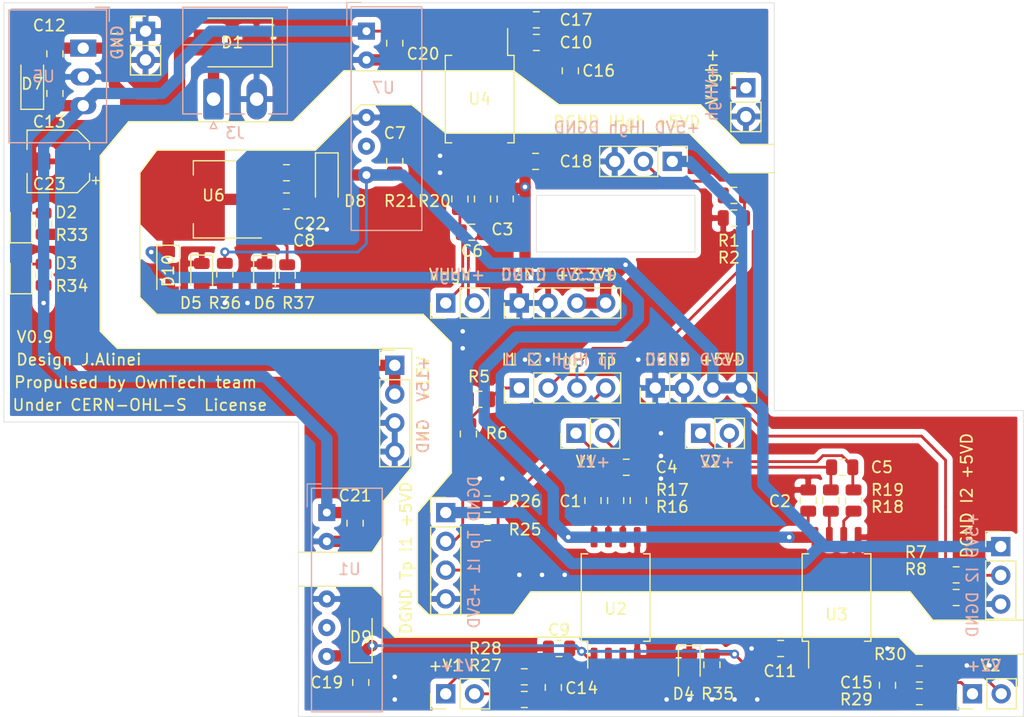
<source format=kicad_pcb>
(kicad_pcb (version 20171130) (host pcbnew 5.1.7-a382d34a8~88~ubuntu20.04.1)
  (layers (0 F.Cu signal) (31 B.Cu signal) (34 B.Paste user hide) (35 F.Paste user hide) (36 B.SilkS user hide) (37 F.SilkS user) (38 B.Mask user) (39 F.Mask user) (44 Edge.Cuts user))
  (net 0 "")
  (net 1 GNDD)
  (net 2 +5VD)
  (net 3 /VILow2-)
  (net 4 /VILow2+)
  (net 5 /VILow1-)
  (net 6 /VILow1+)
  (net 7 /VIHigh+)
  (net 8 GNDREF)
  (net 9 /IIHigh)
  (net 10 /IILow2)
  (net 11 /IILow1)
  (net 12 /IIHigh_ADC)
  (net 13 /IILow1_ADC)
  (net 14 /IILow2_ADC)
  (net 15 +5P)
  (net 16 "Net-(U1-Pad5)")
  (net 17 /N)
  (net 18 +15V)
  (net 19 +3V3)
  (net 20 +5V)
  (net 21 "Net-(R16-Pad2)")
  (net 22 "Net-(R17-Pad2)")
  (net 23 "Net-(R18-Pad2)")
  (net 24 "Net-(R19-Pad2)")
  (net 25 "Net-(R20-Pad2)")
  (net 26 "Net-(R21-Pad2)")
  (net 27 /VTh_ADC)
  (net 28 /VTh)
  (net 29 "Net-(U7-Pad5)")
  (net 30 "Net-(C14-Pad2)")
  (net 31 "Net-(C14-Pad1)")
  (net 32 "Net-(C15-Pad2)")
  (net 33 "Net-(C15-Pad1)")
  (net 34 "Net-(D2-Pad2)")
  (net 35 "Net-(D3-Pad2)")
  (net 36 "Net-(D4-Pad2)")
  (net 37 "Net-(D5-Pad2)")
  (net 38 "Net-(D6-Pad2)")
  (net 39 /VILow1-_ADC)
  (net 40 /VILow1+_ADC)
  (net 41 /VILow2_ADC)
  (net 42 /VILow2+_ADC)
  (net 43 /VIHigh-_ADC)
  (net 44 /VIHigh+_ADC)
  (module Package_SO:SOIC-8_7.5x5.85mm_P1.27mm (layer F.Cu) (at 105 94 90)
    (fp_text reference U3 (at -1.5 0) (layer F.SilkS))
    (fp_text value AMC1100)
    (pad 8 smd roundrect (at 5.325 -1.905 90) (size 1.8 0.6) (layers F.Cu F.Paste F.Mask) (net 19 +3V3))
    (pad 7 smd roundrect (at 5.325 -0.635 90) (size 1.8 0.6) (layers F.Cu F.Paste F.Mask) (net 23 "Net-(R18-Pad2)"))
    (pad 6 smd roundrect (at 5.325 0.635 90) (size 1.8 0.6) (layers F.Cu F.Paste F.Mask) (net 24 "Net-(R19-Pad2)"))
    (pad 5 smd roundrect (at 5.325 1.905 90) (size 1.8 0.6) (layers F.Cu F.Paste F.Mask) (net 1 GNDD))
    (pad 4 smd roundrect (at -5.325 1.905 90) (size 1.8 0.6) (layers F.Cu F.Paste F.Mask) (net 17 /N))
    (pad 3 smd roundrect (at -5.325 0.635 90) (size 1.8 0.6) (layers F.Cu F.Paste F.Mask) (net 32 "Net-(C15-Pad2)"))
    (pad 2 smd roundrect (at -5.325 -0.635 90) (size 1.8 0.6) (layers F.Cu F.Paste F.Mask) (net 33 "Net-(C15-Pad1)"))
    (pad 1 smd roundrect (at -5.325 -1.905 90) (size 1.8 0.6) (layers F.Cu F.Paste F.Mask) (net 15 +5P))
  )
  (module Package_SO:SOIC-8_7.5x5.85mm_P1.27mm (layer F.Cu) (at 85.5 94 90)
    (fp_text reference U2 (at -1 0) (layer F.SilkS))
    (fp_text value AMC1100)
    (pad 8 smd roundrect (at 5.325 -1.905 90) (size 1.8 0.6) (layers F.Cu F.Paste F.Mask) (net 19 +3V3))
    (pad 7 smd roundrect (at 5.325 -0.635 90) (size 1.8 0.6) (layers F.Cu F.Paste F.Mask) (net 21 "Net-(R16-Pad2)"))
    (pad 6 smd roundrect (at 5.325 0.635 90) (size 1.8 0.6) (layers F.Cu F.Paste F.Mask) (net 22 "Net-(R17-Pad2)"))
    (pad 5 smd roundrect (at 5.325 1.905 90) (size 1.8 0.6) (layers F.Cu F.Paste F.Mask) (net 1 GNDD))
    (pad 4 smd roundrect (at -5.325 1.905 90) (size 1.8 0.6) (layers F.Cu F.Paste F.Mask) (net 17 /N))
    (pad 3 smd roundrect (at -5.325 0.635 90) (size 1.8 0.6) (layers F.Cu F.Paste F.Mask) (net 30 "Net-(C14-Pad2)"))
    (pad 2 smd roundrect (at -5.325 -0.635 90) (size 1.8 0.6) (layers F.Cu F.Paste F.Mask) (net 31 "Net-(C14-Pad1)"))
    (pad 1 smd roundrect (at -5.325 -1.905 90) (size 1.8 0.6) (layers F.Cu F.Paste F.Mask) (net 15 +5P))
  )
  (module Package_SO:SOIC-8_7.5x5.85mm_P1.27mm (layer F.Cu) (at 73.5 50 270)
    (fp_text reference U4 (at 0 0 180) (layer F.SilkS))
    (fp_text value AMC1311)
    (pad 8 smd roundrect (at 5.325 -1.905 270) (size 1.8 0.6) (layers F.Cu F.Paste F.Mask) (net 19 +3V3))
    (pad 7 smd roundrect (at 5.325 -0.635 270) (size 1.8 0.6) (layers F.Cu F.Paste F.Mask) (net 25 "Net-(R20-Pad2)"))
    (pad 6 smd roundrect (at 5.325 0.635 270) (size 1.8 0.6) (layers F.Cu F.Paste F.Mask) (net 26 "Net-(R21-Pad2)"))
    (pad 5 smd roundrect (at 5.325 1.905 270) (size 1.8 0.6) (layers F.Cu F.Paste F.Mask) (net 1 GNDD))
    (pad 4 smd roundrect (at -5.325 1.905 270) (size 1.8 0.6) (layers F.Cu F.Paste F.Mask) (net 8 GNDREF))
    (pad 3 smd roundrect (at -5.325 0.635 270) (size 1.8 0.6) (layers F.Cu F.Paste F.Mask) (net 8 GNDREF))
    (pad 2 smd roundrect (at -5.325 -0.635 270) (size 1.8 0.6) (layers F.Cu F.Paste F.Mask) (net 7 /VIHigh+))
    (pad 1 smd roundrect (at -5.325 -1.905 270) (size 1.8 0.6) (layers F.Cu F.Paste F.Mask) (net 20 +5V))
  )
  (module Diode_SMD:D_SOD-123 (layer F.Cu) (at 46 65.15 270)
    (fp_text reference D10 (at 0 0 270) (layer F.SilkS))
    (fp_text value MMSZ5227BT1G)
    (pad 2 smd rect (at 1.65 0 270) (size 0.9 1.2) (layers F.Cu F.Paste F.Mask) (net 1 GNDD))
    (pad 1 smd rect (at -1.65 0 270) (size 0.9 1.2) (layers F.Cu F.Paste F.Mask) (net 19 +3V3))
  )
  (module Diode_SMD:D_SOD-123 (layer F.Cu) (at 63 97.5 90)
    (fp_text reference D9 (at 0 0 180) (layer F.SilkS))
    (fp_text value MMSZ4690T1G)
    (pad 2 smd rect (at 1.65 0 90) (size 0.9 1.2) (layers F.Cu F.Paste F.Mask) (net 17 /N))
    (pad 1 smd rect (at -1.65 0 90) (size 0.9 1.2) (layers F.Cu F.Paste F.Mask) (net 15 +5P))
  )
  (module Diode_SMD:D_SOD-123 (layer F.Cu) (at 60 57 270)
    (fp_text reference D8 (at 2 -2.5 180) (layer F.SilkS))
    (fp_text value MMSZ4690T1G)
    (pad 2 smd rect (at 1.65 0 270) (size 0.9 1.2) (layers F.Cu F.Paste F.Mask) (net 1 GNDD))
    (pad 1 smd rect (at -1.65 0 270) (size 0.9 1.2) (layers F.Cu F.Paste F.Mask) (net 2 +5VD))
  )
  (module Diode_SMD:D_SOD-123 (layer F.Cu) (at 34 48.65 90)
    (fp_text reference D7 (at 0 0 180) (layer F.SilkS))
    (fp_text value MMSZ4690T1G)
    (pad 2 smd rect (at 1.65 0 90) (size 0.9 1.2) (layers F.Cu F.Paste F.Mask) (net 8 GNDREF))
    (pad 1 smd rect (at -1.65 0 90) (size 0.9 1.2) (layers F.Cu F.Paste F.Mask) (net 20 +5V))
  )
  (module Capacitor_SMD:CP_Elec_5x5.9 (layer F.Cu) (at 36.3 55.5 180)
    (fp_text reference C23 (at 0.8 -2) (layer F.SilkS))
    (fp_text value CP1_Small)
    (pad 2 smd roundrect (at 2.2 0 180) (size 3 1.6) (layers F.Cu F.Paste F.Mask) (roundrect_rratio 0.15625) (net 8 GNDREF))
    (pad 1 smd roundrect (at -2.2 0 180) (size 3 1.6) (layers F.Cu F.Paste F.Mask) (roundrect_rratio 0.15625) (net 18 +15V))
  )
  (module Capacitor_SMD:C_0805_2012Metric (layer F.Cu) (at 56.4375 56.5)
    (fp_text reference C22 (at 2.0625 4.5) (layer F.SilkS))
    (fp_text value 100nF)
    (pad 2 smd roundrect (at 0.9375 0) (size 0.975 1.4) (layers F.Cu F.Paste F.Mask) (net 1 GNDD))
    (pad 1 smd roundrect (at -0.9375 0) (size 0.975 1.4) (layers F.Cu F.Paste F.Mask) (net 2 +5VD))
  )
  (module Capacitor_SMD:C_0805_2012Metric (layer F.Cu) (at 62.5 87.4375 270)
    (fp_text reference C21 (at -2.4375 0 180) (layer F.SilkS))
    (fp_text value 1uF)
    (pad 2 smd roundrect (at 0.9375 0 270) (size 0.975 1.4) (layers F.Cu F.Paste F.Mask) (net 8 GNDREF))
    (pad 1 smd roundrect (at -0.9375 0 270) (size 0.975 1.4) (layers F.Cu F.Paste F.Mask) (net 20 +5V))
  )
  (module Capacitor_SMD:C_0805_2012Metric (layer F.Cu) (at 66 45.0625 270)
    (fp_text reference C20 (at 0.9375 -2.5 180) (layer F.SilkS))
    (fp_text value 1uF)
    (pad 2 smd roundrect (at 0.9375 0 270) (size 0.975 1.4) (layers F.Cu F.Paste F.Mask) (net 8 GNDREF))
    (pad 1 smd roundrect (at -0.9375 0 270) (size 0.975 1.4) (layers F.Cu F.Paste F.Mask) (net 20 +5V))
  )
  (module Capacitor_SMD:C_0805_2012Metric (layer F.Cu) (at 63 101.5 270)
    (fp_text reference C19 (at 0 3 180) (layer F.SilkS))
    (fp_text value 100nF)
    (pad 2 smd roundrect (at 0.9375 0 270) (size 0.975 1.4) (layers F.Cu F.Paste F.Mask) (net 17 /N))
    (pad 1 smd roundrect (at -0.9375 0 270) (size 0.975 1.4) (layers F.Cu F.Paste F.Mask) (net 15 +5P))
  )
  (module Capacitor_SMD:C_0805_2012Metric (layer F.Cu) (at 78.4375 55.5 180)
    (fp_text reference C18 (at -3.5625 0) (layer F.SilkS))
    (fp_text value 1uF)
    (pad 2 smd roundrect (at 0.9375 0 180) (size 0.975 1.4) (layers F.Cu F.Paste F.Mask) (net 19 +3V3))
    (pad 1 smd roundrect (at -0.9375 0 180) (size 0.975 1.4) (layers F.Cu F.Paste F.Mask) (net 1 GNDD))
  )
  (module Capacitor_SMD:C_0805_2012Metric (layer F.Cu) (at 78.5 43 180)
    (fp_text reference C17 (at -3.5 0) (layer F.SilkS))
    (fp_text value 1uF)
    (pad 2 smd roundrect (at 0.9375 0 180) (size 0.975 1.4) (layers F.Cu F.Paste F.Mask) (net 20 +5V))
    (pad 1 smd roundrect (at -0.9375 0 180) (size 0.975 1.4) (layers F.Cu F.Paste F.Mask) (net 8 GNDREF))
  )
  (module Footprints:Measurment_stage_outline_outputs (layer F.Cu) (at 31.5 41.5)
    (fp_text reference J1 hide)
    (fp_text value Measurment_stage_outline_outputs)
    (fp_text user "+15V  GND" (at 37 35.5 90) (layer B.SilkS) (effects (justify mirror)))
    (fp_text user "GND  +15V" (at 37 35.5 270) (layer F.SilkS))
    (fp_text user "DGND +3.3VD" (at 49 24 180) (layer F.SilkS))
    (fp_text user "DGND +5VD" (at 61 31.5 180) (layer F.SilkS))
    (fp_text user "+5VD DGND" (at 61 31.5 -180) (layer B.SilkS) (effects (justify mirror)))
    (fp_text user "I1 I2 IHgh Tp" (at 49 31.5 180) (layer F.SilkS))
    (fp_text user VHgh+ (at 40 24 180) (layer F.SilkS))
    (fp_text user V2+ (at 63 40.5 180) (layer F.SilkS))
    (fp_text user +V1 (at 52 40.5 -180) (layer B.SilkS) (effects (justify mirror)))
    (fp_text user +V2 (at 63 40.5 -180) (layer B.SilkS) (effects (justify mirror)))
    (fp_text user +VHgh (at 40 24 -180) (layer B.SilkS) (effects (justify mirror)))
    (fp_text user "Tp IHgh I2 I1" (at 49 31.5 -180) (layer B.SilkS) (effects (justify mirror)))
    (fp_text user "+3.3VD DGND" (at 49 24 -180) (layer B.SilkS) (effects (justify mirror)))
    (fp_text user V1+ (at 52 40.5 180) (layer F.SilkS))
    (pad 14 thru_hole oval (at 60.04 34 90) (size 1.7 1.7) (drill 1) (layers *.Cu *.Mask) (net 1 GNDD))
    (pad 14 thru_hole rect (at 57.5 34 90) (size 1.7 1.7) (drill 1) (layers *.Cu *.Mask) (net 1 GNDD))
    (pad 15 thru_hole oval (at 65.12 34 90) (size 1.7 1.7) (drill 1) (layers *.Cu *.Mask) (net 2 +5VD))
    (pad 15 thru_hole oval (at 62.58 34 90) (size 1.7 1.7) (drill 1) (layers *.Cu *.Mask) (net 2 +5VD))
    (pad 14 thru_hole rect (at 45.5 26.5 90) (size 1.7 1.7) (drill 1) (layers *.Cu *.Mask) (net 1 GNDD))
    (pad 13 thru_hole oval (at 53.12 26.5 90) (size 1.7 1.7) (drill 1) (layers *.Cu *.Mask) (net 2 +5VD))
    (pad 14 thru_hole oval (at 48.04 26.5 90) (size 1.7 1.7) (drill 1) (layers *.Cu *.Mask) (net 1 GNDD))
    (pad 13 thru_hole oval (at 50.58 26.5 90) (size 1.7 1.7) (drill 1) (layers *.Cu *.Mask) (net 2 +5VD))
    (pad 12 thru_hole oval (at 53.12 34 90) (size 1.7 1.7) (drill 1) (layers *.Cu *.Mask) (net 27 /VTh_ADC))
    (pad 11 thru_hole oval (at 50.58 34 90) (size 1.7 1.7) (drill 1) (layers *.Cu *.Mask) (net 12 /IIHigh_ADC))
    (pad 9 thru_hole rect (at 45.5 34 90) (size 1.7 1.7) (drill 1) (layers *.Cu *.Mask) (net 13 /IILow1_ADC))
    (pad 10 thru_hole oval (at 48.04 34 90) (size 1.7 1.7) (drill 1) (layers *.Cu *.Mask) (net 14 /IILow2_ADC))
    (pad 7 thru_hole oval (at 41.54 26.5 90) (size 1.7 1.7) (drill 1) (layers *.Cu *.Mask) (net 44 /VIHigh+_ADC))
    (pad 8 thru_hole rect (at 39 26.5 90) (size 1.7 1.7) (drill 1) (layers *.Cu *.Mask) (net 43 /VIHigh-_ADC))
    (pad 5 thru_hole rect (at 61.5 38 90) (size 1.7 1.7) (drill 1) (layers *.Cu *.Mask) (net 42 /VILow2+_ADC))
    (pad 6 thru_hole oval (at 64.04 38 90) (size 1.7 1.7) (drill 1) (layers *.Cu *.Mask) (net 41 /VILow2_ADC))
    (pad 3 thru_hole rect (at 50.5 38 90) (size 1.7 1.7) (drill 1) (layers *.Cu *.Mask) (net 40 /VILow1+_ADC))
    (pad 4 thru_hole oval (at 53.04 38 90) (size 1.7 1.7) (drill 1) (layers *.Cu *.Mask) (net 39 /VILow1-_ADC))
    (pad 1 thru_hole rect (at 34.5 32) (size 1.7 1.7) (drill 1) (layers *.Cu *.Mask) (net 18 +15V))
    (pad 2 thru_hole oval (at 34.5 37.08) (size 1.7 1.7) (drill 1) (layers *.Cu *.Mask) (net 8 GNDREF))
    (pad 1 thru_hole oval (at 34.5 34.54) (size 1.7 1.7) (drill 1) (layers *.Cu *.Mask) (net 18 +15V))
    (pad 2 thru_hole oval (at 34.5 39.62) (size 1.7 1.7) (drill 1) (layers *.Cu *.Mask) (net 8 GNDREF))
  )
  (module Footprints:Measurment_stage_outline_inputs (layer F.Cu) (at 31.5 41.5)
    (fp_text reference J2 hide)
    (fp_text value Measurment_stage_outline_signal_inputs)
    (fp_text user "DGND Tp I1 +5VD" (at 41.5 48.5 -90) (layer B.SilkS) (effects (justify mirror)))
    (fp_text user "+5VD I2 DGND" (at 85.5 50.5 90) (layer B.SilkS) (effects (justify mirror)))
    (fp_text user +V2 (at 86.5 58.5 180) (layer F.SilkS))
    (fp_text user "DGND I2 +5VD" (at 85 43.5 90) (layer F.SilkS))
    (fp_text user +VHgh (at 62.5 8 90) (layer B.SilkS) (effects (justify mirror)))
    (fp_text user "DGND Tp I1 +5VD" (at 35.5 49 270) (layer F.SilkS))
    (fp_text user "+5VD IHgh DGND" (at 55 11) (layer B.SilkS) (effects (justify mirror)))
    (fp_text user V1+ (at 40 58.5 180) (layer B.SilkS) (effects (justify mirror)))
    (fp_text user V2+ (at 86.5 58.5 -180) (layer B.SilkS) (effects (justify mirror)))
    (fp_text user VHgh+ (at 62.5 6.5 270) (layer F.SilkS))
    (fp_text user "DGND IHgh +5VD" (at 55 10.5) (layer F.SilkS))
    (fp_text user GND (at 10 3.5 270) (layer F.SilkS))
    (fp_text user GND (at 10 3.5 -90) (layer B.SilkS) (effects (justify mirror)))
    (fp_text user +V1 (at 39 58.5 180) (layer F.SilkS))
    (pad 20 thru_hole oval (at 12.5 5.04) (size 1.7 1.7) (drill 1) (layers *.Cu *.Mask) (net 8 GNDREF))
    (pad 20 thru_hole rect (at 12.5 2.5) (size 1.7 1.7) (drill 1) (layers *.Cu *.Mask) (net 8 GNDREF))
    (pad 3 thru_hole oval (at 88 53.08) (size 1.7 1.7) (drill 1) (layers *.Cu *.Mask) (net 1 GNDD))
    (pad 5 thru_hole oval (at 88 50.54) (size 1.7 1.7) (drill 1) (layers *.Cu *.Mask) (net 10 /IILow2))
    (pad 4 thru_hole rect (at 88 48) (size 1.7 1.7) (drill 1) (layers *.Cu *.Mask) (net 2 +5VD))
    (pad 12 thru_hole rect (at 39 61 90) (size 1.7 1.7) (drill 1) (layers *.Cu *.Mask) (net 6 /VILow1+))
    (pad 14 thru_hole rect (at 85.5 61 90) (size 1.7 1.7) (drill 1) (layers *.Cu *.Mask) (net 4 /VILow2+))
    (pad 13 thru_hole oval (at 41.54 61 90) (size 1.7 1.7) (drill 1) (layers *.Cu *.Mask) (net 5 /VILow1-))
    (pad 15 thru_hole oval (at 88.04 61 90) (size 1.7 1.7) (drill 1) (layers *.Cu *.Mask) (net 3 /VILow2-))
    (pad 4 thru_hole rect (at 39 45) (size 1.7 1.7) (drill 1) (layers *.Cu *.Mask) (net 2 +5VD))
    (pad 2 thru_hole oval (at 39 47.54) (size 1.7 1.7) (drill 1) (layers *.Cu *.Mask) (net 11 /IILow1))
    (pad 17 thru_hole oval (at 39 50.08) (size 1.7 1.7) (drill 1) (layers *.Cu *.Mask) (net 28 /VTh))
    (pad 3 thru_hole oval (at 39 52.62) (size 1.7 1.7) (drill 1) (layers *.Cu *.Mask) (net 1 GNDD))
    (pad 10 thru_hole rect (at 65.5 7.5) (size 1.7 1.7) (drill 1) (layers *.Cu *.Mask) (net 7 /VIHigh+))
    (pad 11 thru_hole oval (at 65.5 10.04) (size 1.7 1.7) (drill 1) (layers *.Cu *.Mask) (net 8 GNDREF))
    (pad 3 thru_hole oval (at 53.92 14 270) (size 1.7 1.7) (drill 1) (layers *.Cu *.Mask) (net 1 GNDD))
    (pad 4 thru_hole rect (at 59 14 270) (size 1.7 1.7) (drill 1) (layers *.Cu *.Mask) (net 2 +5VD))
    (pad 8 thru_hole oval (at 56.46 14 270) (size 1.7 1.7) (drill 1) (layers *.Cu *.Mask) (net 9 /IIHigh))
  )
  (module Capacitor_SMD:C_0805_2012Metric (layer F.Cu) (at 81.5 47.5 270)
    (fp_text reference C16 (at 0 -2.5 180) (layer F.SilkS))
    (fp_text value 330pF)
    (pad 2 smd roundrect (at 0.9375 0 270) (size 0.975 1.4) (layers F.Cu F.Paste F.Mask) (net 8 GNDREF))
    (pad 1 smd roundrect (at -0.9375 0 270) (size 0.975 1.4) (layers F.Cu F.Paste F.Mask) (net 7 /VIHigh+))
  )
  (module Capacitor_SMD:C_0805_2012Metric (layer F.Cu) (at 109.5 101.75 90)
    (fp_text reference C15 (at 0.25 -2.75 180) (layer F.SilkS))
    (fp_text value 330pF)
    (pad 2 smd roundrect (at 0.9375 0 90) (size 0.975 1.4) (layers F.Cu F.Paste F.Mask) (net 32 "Net-(C15-Pad2)"))
    (pad 1 smd roundrect (at -0.9375 0 90) (size 0.975 1.4) (layers F.Cu F.Paste F.Mask) (net 33 "Net-(C15-Pad1)"))
  )
  (module Capacitor_SMD:C_0805_2012Metric (layer F.Cu) (at 80 101.9375 270)
    (fp_text reference C14 (at 0.0625 -2.5 180) (layer F.SilkS))
    (fp_text value 330pF)
    (pad 2 smd roundrect (at 0.9375 0 270) (size 0.975 1.4) (layers F.Cu F.Paste F.Mask) (net 30 "Net-(C14-Pad2)"))
    (pad 1 smd roundrect (at -0.9375 0 270) (size 0.975 1.4) (layers F.Cu F.Paste F.Mask) (net 31 "Net-(C14-Pad1)"))
  )
  (module Capacitor_SMD:C_0805_2012Metric (layer F.Cu) (at 36 49.5 90)
    (fp_text reference C13 (at -2.5 -0.5 180) (layer F.SilkS))
    (fp_text value 100nF)
    (pad 2 smd roundrect (at 0.9375 0 90) (size 0.975 1.4) (layers F.Cu F.Paste F.Mask) (net 8 GNDREF))
    (pad 1 smd roundrect (at -0.9375 0 90) (size 0.975 1.4) (layers F.Cu F.Paste F.Mask) (net 20 +5V))
  )
  (module Capacitor_SMD:C_0805_2012Metric (layer F.Cu) (at 36 46 270)
    (fp_text reference C12 (at -2.5 0.5 180) (layer F.SilkS))
    (fp_text value 1uF)
    (pad 2 smd roundrect (at 0.9375 0 270) (size 0.975 1.4) (layers F.Cu F.Paste F.Mask) (net 8 GNDREF))
    (pad 1 smd roundrect (at -0.9375 0 270) (size 0.975 1.4) (layers F.Cu F.Paste F.Mask) (net 18 +15V))
  )
  (module Capacitor_SMD:C_0805_2012Metric (layer F.Cu) (at 100.0625 98.5)
    (fp_text reference C11 (at -0.0625 2) (layer F.SilkS))
    (fp_text value 100nF)
    (pad 2 smd roundrect (at 0.9375 0) (size 0.975 1.4) (layers F.Cu F.Paste F.Mask) (net 15 +5P))
    (pad 1 smd roundrect (at -0.9375 0) (size 0.975 1.4) (layers F.Cu F.Paste F.Mask) (net 17 /N))
  )
  (module Capacitor_SMD:C_0805_2012Metric (layer F.Cu) (at 78.5 45 180)
    (fp_text reference C10 (at -3.5 0) (layer F.SilkS))
    (fp_text value 100nF)
    (pad 2 smd roundrect (at 0.9375 0 180) (size 0.975 1.4) (layers F.Cu F.Paste F.Mask) (net 20 +5V))
    (pad 1 smd roundrect (at -0.9375 0 180) (size 0.975 1.4) (layers F.Cu F.Paste F.Mask) (net 8 GNDREF))
  )
  (module Capacitor_SMD:C_0805_2012Metric (layer F.Cu) (at 80.5 98.5)
    (fp_text reference C9 (at 0 -1.65) (layer F.SilkS))
    (fp_text value 100nF)
    (pad 2 smd roundrect (at 0.9375 0) (size 0.975 1.4) (layers F.Cu F.Paste F.Mask) (net 15 +5P))
    (pad 1 smd roundrect (at -0.9375 0) (size 0.975 1.4) (layers F.Cu F.Paste F.Mask) (net 17 /N))
  )
  (module Capacitor_SMD:C_0805_2012Metric (layer F.Cu) (at 56.4375 59)
    (fp_text reference C8 (at 1.5625 3.5) (layer F.SilkS))
    (fp_text value 100nF)
    (pad 2 smd roundrect (at 0.9375 0) (size 0.975 1.4) (layers F.Cu F.Paste F.Mask) (net 1 GNDD))
    (pad 1 smd roundrect (at -0.9375 0) (size 0.975 1.4) (layers F.Cu F.Paste F.Mask) (net 19 +3V3))
  )
  (module Capacitor_SMD:C_0805_2012Metric (layer F.Cu) (at 66 55.5 90)
    (fp_text reference C7 (at 2.5 0 180) (layer F.SilkS))
    (fp_text value 100nF)
    (pad 2 smd roundrect (at 0.9375 0 90) (size 0.975 1.4) (layers F.Cu F.Paste F.Mask) (net 1 GNDD))
    (pad 1 smd roundrect (at -0.9375 0 90) (size 0.975 1.4) (layers F.Cu F.Paste F.Mask) (net 2 +5VD))
  )
  (module Capacitor_SMD:C_0805_2012Metric (layer F.Cu) (at 72.8125 61.75 180)
    (fp_text reference C6 (at 0 -1.65) (layer F.SilkS))
    (fp_text value 330pF)
    (pad 2 smd roundrect (at 0.9375 0 180) (size 0.975 1.4) (layers F.Cu F.Paste F.Mask) (net 43 /VIHigh-_ADC))
    (pad 1 smd roundrect (at -0.9375 0 180) (size 0.975 1.4) (layers F.Cu F.Paste F.Mask) (net 44 /VIHigh+_ADC))
  )
  (module Capacitor_SMD:C_0805_2012Metric (layer F.Cu) (at 105.5 82.5)
    (fp_text reference C5 (at 3.5 0) (layer F.SilkS))
    (fp_text value 330pF)
    (pad 2 smd roundrect (at 0.9375 0) (size 0.975 1.4) (layers F.Cu F.Paste F.Mask) (net 41 /VILow2_ADC))
    (pad 1 smd roundrect (at -0.9375 0) (size 0.975 1.4) (layers F.Cu F.Paste F.Mask) (net 42 /VILow2+_ADC))
  )
  (module Capacitor_SMD:C_0805_2012Metric (layer F.Cu) (at 86.4375 82.5)
    (fp_text reference C4 (at 3.5625 0) (layer F.SilkS))
    (fp_text value 330pF)
    (pad 2 smd roundrect (at 0.9375 0) (size 0.975 1.4) (layers F.Cu F.Paste F.Mask) (net 39 /VILow1-_ADC))
    (pad 1 smd roundrect (at -0.9375 0) (size 0.975 1.4) (layers F.Cu F.Paste F.Mask) (net 40 /VILow1+_ADC))
  )
  (module Capacitor_SMD:C_0805_2012Metric (layer F.Cu) (at 75.75 58.8125 270)
    (fp_text reference C3 (at 2.6875 0.25 180) (layer F.SilkS))
    (fp_text value 100nF)
    (pad 2 smd roundrect (at 0.9375 0 270) (size 0.975 1.4) (layers F.Cu F.Paste F.Mask) (net 1 GNDD))
    (pad 1 smd roundrect (at -0.9375 0 270) (size 0.975 1.4) (layers F.Cu F.Paste F.Mask) (net 19 +3V3))
  )
  (module Capacitor_SMD:C_0805_2012Metric (layer F.Cu) (at 102.5 85.4375 90)
    (fp_text reference C2 (at -0.0625 -2.5 180) (layer F.SilkS))
    (fp_text value 100nF)
    (pad 2 smd roundrect (at 0.9375 0 90) (size 0.975 1.4) (layers F.Cu F.Paste F.Mask) (net 1 GNDD))
    (pad 1 smd roundrect (at -0.9375 0 90) (size 0.975 1.4) (layers F.Cu F.Paste F.Mask) (net 19 +3V3))
  )
  (module Capacitor_SMD:C_0805_2012Metric (layer F.Cu) (at 83.5 85.4375 90)
    (fp_text reference C1 (at -0.0625 -2 180) (layer F.SilkS))
    (fp_text value 100nF)
    (pad 2 smd roundrect (at 0.9375 0 90) (size 0.975 1.4) (layers F.Cu F.Paste F.Mask) (net 1 GNDD))
    (pad 1 smd roundrect (at -0.9375 0 90) (size 0.975 1.4) (layers F.Cu F.Paste F.Mask) (net 19 +3V3))
  )
  (module Connector_Phoenix_MC:PhoenixContact_MC_1,5_2-G-3.81_1x02_P3.81mm_Horizontal (layer B.Cu) (at 50 50)
    (fp_text reference J3 (at 1.9 3) (layer B.SilkS) (effects (justify mirror)))
    (fp_text value Conn_01x02 hide)
    (pad 2 thru_hole oval (at 3.81 0) (size 1.8 3.6) (drill 1.2) (layers *.Cu *.Mask) (net 8 GNDREF))
    (pad 1 thru_hole roundrect (at 0 0) (size 1.8 3.6) (drill 1.2) (layers *.Cu *.Mask) (roundrect_rratio 0.138889) (net 18 +15V))
  )
  (module LED_SMD:LED_0805_2012Metric (layer F.Cu) (at 54.5 65.5 270)
    (fp_text reference D6 (at 2.5 0 180) (layer F.SilkS))
    (fp_text value LED)
    (pad 2 smd roundrect (at 0.9375 0 270) (size 0.975 1.4) (layers F.Cu F.Paste F.Mask) (net 38 "Net-(D6-Pad2)"))
    (pad 1 smd roundrect (at -0.9375 0 270) (size 0.975 1.4) (layers F.Cu F.Paste F.Mask) (net 1 GNDD))
  )
  (module LED_SMD:LED_0805_2012Metric (layer F.Cu) (at 48.96 65.45 270)
    (fp_text reference D5 (at 2.55 0.96 180) (layer F.SilkS))
    (fp_text value LED)
    (pad 2 smd roundrect (at 0.9375 0 270) (size 0.975 1.4) (layers F.Cu F.Paste F.Mask) (net 37 "Net-(D5-Pad2)"))
    (pad 1 smd roundrect (at -0.9375 0 270) (size 0.975 1.4) (layers F.Cu F.Paste F.Mask) (net 1 GNDD))
  )
  (module LED_SMD:LED_0805_2012Metric (layer F.Cu) (at 92 99.9375 270)
    (fp_text reference D4 (at 2.5625 0.5 180) (layer F.SilkS))
    (fp_text value LED)
    (pad 2 smd roundrect (at 0.9375 0 270) (size 0.975 1.4) (layers F.Cu F.Paste F.Mask) (net 36 "Net-(D4-Pad2)"))
    (pad 1 smd roundrect (at -0.9375 0 270) (size 0.975 1.4) (layers F.Cu F.Paste F.Mask) (net 17 /N))
  )
  (module LED_SMD:LED_0805_2012Metric (layer F.Cu) (at 33 65.5 90)
    (fp_text reference D3 (at 1 4 180) (layer F.SilkS))
    (fp_text value LED)
    (pad 2 smd roundrect (at 0.9375 0 90) (size 0.975 1.4) (layers F.Cu F.Paste F.Mask) (net 35 "Net-(D3-Pad2)"))
    (pad 1 smd roundrect (at -0.9375 0 90) (size 0.975 1.4) (layers F.Cu F.Paste F.Mask) (net 8 GNDREF))
  )
  (module LED_SMD:LED_0805_2012Metric (layer F.Cu) (at 33 61 90)
    (fp_text reference D2 (at 1 4 180) (layer F.SilkS))
    (fp_text value LED)
    (pad 2 smd roundrect (at 0.9375 0 90) (size 0.975 1.4) (layers F.Cu F.Paste F.Mask) (net 34 "Net-(D2-Pad2)"))
    (pad 1 smd roundrect (at -0.9375 0 90) (size 0.975 1.4) (layers F.Cu F.Paste F.Mask) (net 8 GNDREF))
  )
  (module Resistor_SMD:R_0805_2012Metric (layer F.Cu) (at 56.5 65.5625 270)
    (fp_text reference R37 (at 2.4375 -1 180) (layer F.SilkS))
    (fp_text value 1k)
    (pad 2 smd roundrect (at 0.9375 0 270) (size 0.975 1.4) (layers F.Cu F.Paste F.Mask) (net 38 "Net-(D6-Pad2)"))
    (pad 1 smd roundrect (at -0.9375 0 270) (size 0.975 1.4) (layers F.Cu F.Paste F.Mask) (net 19 +3V3))
  )
  (module Resistor_SMD:R_0805_2012Metric (layer F.Cu) (at 51 65.4375 270)
    (fp_text reference R36 (at 2.5625 0 180) (layer F.SilkS))
    (fp_text value 2.2k)
    (pad 2 smd roundrect (at 0.9375 0 270) (size 0.975 1.4) (layers F.Cu F.Paste F.Mask) (net 37 "Net-(D5-Pad2)"))
    (pad 1 smd roundrect (at -0.9375 0 270) (size 0.975 1.4) (layers F.Cu F.Paste F.Mask) (net 2 +5VD))
  )
  (module Resistor_SMD:R_0805_2012Metric (layer F.Cu) (at 94 99.9375 270)
    (fp_text reference R35 (at 2.5625 -0.5 180) (layer F.SilkS))
    (fp_text value 2.2k)
    (pad 2 smd roundrect (at 0.9375 0 270) (size 0.975 1.4) (layers F.Cu F.Paste F.Mask) (net 36 "Net-(D4-Pad2)"))
    (pad 1 smd roundrect (at -0.9375 0 270) (size 0.975 1.4) (layers F.Cu F.Paste F.Mask) (net 15 +5P))
  )
  (module Resistor_SMD:R_0805_2012Metric (layer F.Cu) (at 35 65.5 90)
    (fp_text reference R34 (at -1 2.5 180) (layer F.SilkS))
    (fp_text value 2.2k)
    (pad 2 smd roundrect (at 0.9375 0 90) (size 0.975 1.4) (layers F.Cu F.Paste F.Mask) (net 35 "Net-(D3-Pad2)"))
    (pad 1 smd roundrect (at -0.9375 0 90) (size 0.975 1.4) (layers F.Cu F.Paste F.Mask) (net 20 +5V))
  )
  (module Resistor_SMD:R_0805_2012Metric (layer F.Cu) (at 35 61 90)
    (fp_text reference R33 (at -1 2.5 180) (layer F.SilkS))
    (fp_text value 10k)
    (pad 2 smd roundrect (at 0.9375 0 90) (size 0.975 1.4) (layers F.Cu F.Paste F.Mask) (net 34 "Net-(D2-Pad2)"))
    (pad 1 smd roundrect (at -0.9375 0 90) (size 0.975 1.4) (layers F.Cu F.Paste F.Mask) (net 18 +15V))
  )
  (module Converter_DCDC:Converter_DCDC_muRata_NMAxxxxSC_THT (layer B.Cu) (at 63.5 44 180)
    (fp_text reference U7 (at -1.5 -5) (layer B.SilkS) (effects (justify mirror)))
    (fp_text value NMA1505SC hide)
    (pad 6 thru_hole oval (at 0 -12.7 180) (size 1.5 1.5) (drill 0.7) (layers *.Cu *.Mask) (net 2 +5VD))
    (pad 5 thru_hole oval (at 0 -10.16 180) (size 1.5 1.5) (drill 0.7) (layers *.Cu *.Mask) (net 29 "Net-(U7-Pad5)"))
    (pad 4 thru_hole oval (at 0 -7.62 180) (size 1.5 1.5) (drill 0.7) (layers *.Cu *.Mask) (net 1 GNDD))
    (pad 2 thru_hole oval (at 0 -2.54 180) (size 1.5 1.5) (drill 0.7) (layers *.Cu *.Mask) (net 8 GNDREF))
    (pad 1 thru_hole rect (at 0 0 180) (size 1.5 1.5) (drill 0.7) (layers *.Cu *.Mask) (net 20 +5V))
  )
  (module Converter_DCDC:Converter_DCDC_muRata_NMAxxxxSC_THT (layer B.Cu) (at 60 86.5 180)
    (fp_text reference U1 (at -2 -5) (layer B.SilkS) (effects (justify mirror)))
    (fp_text value NMA1505SC hide)
    (pad 6 thru_hole oval (at 0 -12.7 180) (size 1.5 1.5) (drill 0.7) (layers *.Cu *.Mask) (net 15 +5P))
    (pad 5 thru_hole oval (at 0 -10.16 180) (size 1.5 1.5) (drill 0.7) (layers *.Cu *.Mask) (net 16 "Net-(U1-Pad5)"))
    (pad 4 thru_hole oval (at 0 -7.62 180) (size 1.5 1.5) (drill 0.7) (layers *.Cu *.Mask) (net 17 /N))
    (pad 2 thru_hole oval (at 0 -2.54 180) (size 1.5 1.5) (drill 0.7) (layers *.Cu *.Mask) (net 8 GNDREF))
    (pad 1 thru_hole rect (at 0 0 180) (size 1.5 1.5) (drill 0.7) (layers *.Cu *.Mask) (net 20 +5V))
  )
  (module Converter_DCDC:Converter_DCDC_RECOM_R-78E-0.5_THT (layer B.Cu) (at 38.5 45.5 270)
    (fp_text reference U5 (at 2.5 3.5 180) (layer B.SilkS) (effects (justify mirror)))
    (fp_text value R-78C5.0-1.0 hide)
    (pad 3 thru_hole oval (at 5.08 0 270) (size 1.5 2.3) (drill 1) (layers *.Cu *.Mask) (net 20 +5V))
    (pad 2 thru_hole oval (at 2.54 0 270) (size 1.5 2.3) (drill 1) (layers *.Cu *.Mask) (net 8 GNDREF))
    (pad 1 thru_hole rect (at 0 0 270) (size 1.5 2.3) (drill 1) (layers *.Cu *.Mask) (net 18 +15V))
  )
  (module Diode_SMD:D_SMB (layer F.Cu) (at 51.65 45 180)
    (fp_text reference D1 (at 0 0) (layer F.SilkS))
    (fp_text value 1SMB5930BT3G)
    (pad 2 smd rect (at 2.15 0 180) (size 2.5 2.3) (layers F.Cu F.Paste F.Mask) (net 18 +15V))
    (pad 1 smd rect (at -2.15 0 180) (size 2.5 2.3) (layers F.Cu F.Paste F.Mask) (net 8 GNDREF))
  )
  (module Resistor_SMD:R_0805_2012Metric (layer F.Cu) (at 112.3125 100.75)
    (fp_text reference R30 (at -2.5625 -1.75) (layer F.SilkS))
    (fp_text value 12)
    (pad 2 smd roundrect (at 0.9375 0) (size 0.975 1.4) (layers F.Cu F.Paste F.Mask) (net 3 /VILow2-))
    (pad 1 smd roundrect (at -0.9375 0) (size 0.975 1.4) (layers F.Cu F.Paste F.Mask) (net 32 "Net-(C15-Pad2)"))
  )
  (module Resistor_SMD:R_0805_2012Metric (layer F.Cu) (at 112.3125 102.75)
    (fp_text reference R29 (at -5.5625 0.25) (layer F.SilkS))
    (fp_text value 12)
    (pad 2 smd roundrect (at 0.9375 0) (size 0.975 1.4) (layers F.Cu F.Paste F.Mask) (net 4 /VILow2+))
    (pad 1 smd roundrect (at -0.9375 0) (size 0.975 1.4) (layers F.Cu F.Paste F.Mask) (net 33 "Net-(C15-Pad1)"))
  )
  (module Resistor_SMD:R_0805_2012Metric (layer F.Cu) (at 77.4375 103 180)
    (fp_text reference R28 (at 3.4375 4.5) (layer F.SilkS))
    (fp_text value 12)
    (pad 2 smd roundrect (at 0.9375 0 180) (size 0.975 1.4) (layers F.Cu F.Paste F.Mask) (net 5 /VILow1-))
    (pad 1 smd roundrect (at -0.9375 0 180) (size 0.975 1.4) (layers F.Cu F.Paste F.Mask) (net 30 "Net-(C14-Pad2)"))
  )
  (module Resistor_SMD:R_0805_2012Metric (layer F.Cu) (at 77.4375 101 180)
    (fp_text reference R27 (at 3.4375 1) (layer F.SilkS))
    (fp_text value 12)
    (pad 2 smd roundrect (at 0.9375 0 180) (size 0.975 1.4) (layers F.Cu F.Paste F.Mask) (net 6 /VILow1+))
    (pad 1 smd roundrect (at -0.9375 0 180) (size 0.975 1.4) (layers F.Cu F.Paste F.Mask) (net 31 "Net-(C14-Pad1)"))
  )
  (module Package_TO_SOT_SMD:SOT-223-3_TabPin2 (layer F.Cu) (at 50.13 58.85 180)
    (fp_text reference U6 (at 0.13 0.35) (layer F.SilkS))
    (fp_text value AMS1117-3.3)
    (pad 1 smd rect (at -3.15 -2.3 180) (size 2 1.5) (layers F.Cu F.Paste F.Mask) (net 1 GNDD))
    (pad 3 smd rect (at -3.15 2.3 180) (size 2 1.5) (layers F.Cu F.Paste F.Mask) (net 2 +5VD))
    (pad 2 smd rect (at -3.15 0 180) (size 2 1.5) (layers F.Cu F.Paste F.Mask) (net 19 +3V3))
    (pad 2 smd rect (at 3.15 0 180) (size 2 3.8) (layers F.Cu F.Paste F.Mask) (net 19 +3V3))
  )
  (module Resistor_SMD:R_0805_2012Metric (layer F.Cu) (at 74.1875 85.75 180)
    (fp_text reference R26 (at -3.3125 0.25) (layer F.SilkS))
    (fp_text value 39k)
    (pad 2 smd roundrect (at 0.9375 0 180) (size 0.975 1.4) (layers F.Cu F.Paste F.Mask) (net 1 GNDD))
    (pad 1 smd roundrect (at -0.9375 0 180) (size 0.975 1.4) (layers F.Cu F.Paste F.Mask) (net 27 /VTh_ADC))
  )
  (module Resistor_SMD:R_0805_2012Metric (layer F.Cu) (at 74.1875 88.25)
    (fp_text reference R25 (at 3.3125 -0.25) (layer F.SilkS))
    (fp_text value 20k)
    (pad 2 smd roundrect (at 0.9375 0) (size 0.975 1.4) (layers F.Cu F.Paste F.Mask) (net 27 /VTh_ADC))
    (pad 1 smd roundrect (at -0.9375 0) (size 0.975 1.4) (layers F.Cu F.Paste F.Mask) (net 28 /VTh))
  )
  (module Resistor_SMD:R_0805_2012Metric (layer F.Cu) (at 71.75 58.8125 90)
    (fp_text reference R21 (at -0.1875 -5.25 180) (layer F.SilkS))
    (fp_text value 12)
    (pad 2 smd roundrect (at 0.9375 0 90) (size 0.975 1.4) (layers F.Cu F.Paste F.Mask) (net 26 "Net-(R21-Pad2)"))
    (pad 1 smd roundrect (at -0.9375 0 90) (size 0.975 1.4) (layers F.Cu F.Paste F.Mask) (net 43 /VIHigh-_ADC))
  )
  (module Resistor_SMD:R_0805_2012Metric (layer F.Cu) (at 73.75 58.8125 90)
    (fp_text reference R20 (at -0.1875 -4.25 180) (layer F.SilkS))
    (fp_text value 12)
    (pad 2 smd roundrect (at 0.9375 0 90) (size 0.975 1.4) (layers F.Cu F.Paste F.Mask) (net 25 "Net-(R20-Pad2)"))
    (pad 1 smd roundrect (at -0.9375 0 90) (size 0.975 1.4) (layers F.Cu F.Paste F.Mask) (net 44 /VIHigh+_ADC))
  )
  (module Resistor_SMD:R_0805_2012Metric (layer F.Cu) (at 106.5 85.4375 270)
    (fp_text reference R19 (at -0.9375 -3 180) (layer F.SilkS))
    (fp_text value 12)
    (pad 2 smd roundrect (at 0.9375 0 270) (size 0.975 1.4) (layers F.Cu F.Paste F.Mask) (net 24 "Net-(R19-Pad2)"))
    (pad 1 smd roundrect (at -0.9375 0 270) (size 0.975 1.4) (layers F.Cu F.Paste F.Mask) (net 41 /VILow2_ADC))
  )
  (module Resistor_SMD:R_0805_2012Metric (layer F.Cu) (at 104.5 85.4375 270)
    (fp_text reference R18 (at 0.5625 -5 180) (layer F.SilkS))
    (fp_text value 12)
    (pad 2 smd roundrect (at 0.9375 0 270) (size 0.975 1.4) (layers F.Cu F.Paste F.Mask) (net 23 "Net-(R18-Pad2)"))
    (pad 1 smd roundrect (at -0.9375 0 270) (size 0.975 1.4) (layers F.Cu F.Paste F.Mask) (net 42 /VILow2+_ADC))
  )
  (module Resistor_SMD:R_0805_2012Metric (layer F.Cu) (at 87.5 85.4375 270)
    (fp_text reference R17 (at -0.9375 -3 180) (layer F.SilkS))
    (fp_text value 12)
    (pad 2 smd roundrect (at 0.9375 0 270) (size 0.975 1.4) (layers F.Cu F.Paste F.Mask) (net 22 "Net-(R17-Pad2)"))
    (pad 1 smd roundrect (at -0.9375 0 270) (size 0.975 1.4) (layers F.Cu F.Paste F.Mask) (net 39 /VILow1-_ADC))
  )
  (module Resistor_SMD:R_0805_2012Metric (layer F.Cu) (at 85.5 85.4375 270)
    (fp_text reference R16 (at 0.5625 -5 180) (layer F.SilkS))
    (fp_text value 12)
    (pad 2 smd roundrect (at 0.9375 0 270) (size 0.975 1.4) (layers F.Cu F.Paste F.Mask) (net 21 "Net-(R16-Pad2)"))
    (pad 1 smd roundrect (at -0.9375 0 270) (size 0.975 1.4) (layers F.Cu F.Paste F.Mask) (net 40 /VILow1+_ADC))
  )
  (module Resistor_SMD:R_0805_2012Metric (layer F.Cu) (at 115.5625 94)
    (fp_text reference R8 (at -3.5625 -2.5) (layer F.SilkS))
    (fp_text value 39k)
    (pad 2 smd roundrect (at 0.9375 0) (size 0.975 1.4) (layers F.Cu F.Paste F.Mask) (net 1 GNDD))
    (pad 1 smd roundrect (at -0.9375 0) (size 0.975 1.4) (layers F.Cu F.Paste F.Mask) (net 14 /IILow2_ADC))
  )
  (module Resistor_SMD:R_0805_2012Metric (layer F.Cu) (at 115.5625 92 180)
    (fp_text reference R7 (at 3.5625 2) (layer F.SilkS))
    (fp_text value 20k)
    (pad 2 smd roundrect (at 0.9375 0 180) (size 0.975 1.4) (layers F.Cu F.Paste F.Mask) (net 14 /IILow2_ADC))
    (pad 1 smd roundrect (at -0.9375 0 180) (size 0.975 1.4) (layers F.Cu F.Paste F.Mask) (net 10 /IILow2))
  )
  (module Resistor_SMD:R_0805_2012Metric (layer F.Cu) (at 72.5 79.5625 90)
    (fp_text reference R6 (at 0.0625 2.5 180) (layer F.SilkS))
    (fp_text value 20k)
    (pad 2 smd roundrect (at 0.9375 0 90) (size 0.975 1.4) (layers F.Cu F.Paste F.Mask) (net 13 /IILow1_ADC))
    (pad 1 smd roundrect (at -0.9375 0 90) (size 0.975 1.4) (layers F.Cu F.Paste F.Mask) (net 11 /IILow1))
  )
  (module Resistor_SMD:R_0805_2012Metric (layer F.Cu) (at 73.4375 76.5 180)
    (fp_text reference R5 (at 0 2) (layer F.SilkS))
    (fp_text value 39k)
    (pad 2 smd roundrect (at 0.9375 0 180) (size 0.975 1.4) (layers F.Cu F.Paste F.Mask) (net 1 GNDD))
    (pad 1 smd roundrect (at -0.9375 0 180) (size 0.975 1.4) (layers F.Cu F.Paste F.Mask) (net 13 /IILow1_ADC))
  )
  (module Resistor_SMD:R_0805_2012Metric (layer F.Cu) (at 95.9375 60.5 180)
    (fp_text reference R2 (at 0.4375 -3.5) (layer F.SilkS))
    (fp_text value 39k)
    (pad 2 smd roundrect (at 0.9375 0 180) (size 0.975 1.4) (layers F.Cu F.Paste F.Mask) (net 1 GNDD))
    (pad 1 smd roundrect (at -0.9375 0 180) (size 0.975 1.4) (layers F.Cu F.Paste F.Mask) (net 12 /IIHigh_ADC))
  )
  (module Resistor_SMD:R_0805_2012Metric (layer F.Cu) (at 95.9375 58.5)
    (fp_text reference R1 (at -0.4375 4) (layer F.SilkS))
    (fp_text value 20k)
    (pad 2 smd roundrect (at 0.9375 0) (size 0.975 1.4) (layers F.Cu F.Paste F.Mask) (net 12 /IIHigh_ADC))
    (pad 1 smd roundrect (at -0.9375 0) (size 0.975 1.4) (layers F.Cu F.Paste F.Mask) (net 9 /IIHigh))
  )
  (gr_text "Under CERN-OHL-S  License\n" (at 43.5 77) (layer F.SilkS) (effects (font (size 1 1))))
  (gr_text V0.9 (at 34.25 71) (layer F.SilkS) (effects (font (size 1 1))))
  (gr_text "Design J.Alinei " (at 38.5 73) (layer F.SilkS) (effects (font (size 1 1))))
  (gr_text "Propulsed by OwnTech team " (at 43.5 75) (layer F.SilkS) (effects (font (size 1 1))))
  (gr_line (start 31.5 41.5) (end 99.5 41.5) (layer Edge.Cuts) (width 0.05))
  (gr_line (start 80.5 50.5) (end 76.5 47.5) (layer F.SilkS) (width 0.12))
  (gr_line (start 93 50.5) (end 80.5 50.5) (layer F.SilkS) (width 0.12))
  (gr_line (start 67.5 50.5) (end 70.5 53) (layer F.SilkS) (width 0.12))
  (gr_line (start 61.5 47.5) (end 57 52) (layer F.SilkS) (width 0.12))
  (gr_line (start 76.5 47.5) (end 61.5 47.5) (layer F.SilkS) (width 0.12))
  (gr_line (start 63 50.5) (end 67.5 50.5) (layer F.SilkS) (width 0.12))
  (gr_line (start 59 54.5) (end 63 50.5) (layer F.SilkS) (width 0.12))
  (gr_line (start 68.5 69) (end 45 69) (layer F.SilkS) (width 0.12))
  (gr_line (start 71 71.5) (end 68.5 69) (layer F.SilkS) (width 0.12))
  (gr_line (start 71 83) (end 71 71.5) (layer F.SilkS) (width 0.12))
  (gr_line (start 68 86.5) (end 71 83) (layer F.SilkS) (width 0.12))
  (gr_line (start 67.5 82.5) (end 65 85.5) (layer F.SilkS) (width 0.12))
  (gr_line (start 67.5 72) (end 67.5 82.5) (layer F.SilkS) (width 0.12))
  (gr_line (start 41.5 72) (end 67.5 72) (layer F.SilkS) (width 0.12))
  (gr_line (start 40 55) (end 42.5 52) (layer F.SilkS) (width 0.12))
  (gr_line (start 40 70.5) (end 40 55) (layer F.SilkS) (width 0.12))
  (gr_line (start 43.5 56.5) (end 43.5 67.5) (layer F.SilkS) (width 0.12))
  (gr_line (start 45 54.5) (end 43.5 56.5) (layer F.SilkS) (width 0.12))
  (gr_line (start 43.5 67.5) (end 45 69) (layer F.SilkS) (width 0.12))
  (gr_line (start 96.5 54) (end 99.5 54) (layer F.SilkS) (width 0.12))
  (gr_line (start 95 52.5) (end 96.5 54) (layer F.SilkS) (width 0.12))
  (gr_line (start 93 50.5) (end 95 52.5) (layer F.SilkS) (width 0.12))
  (gr_line (start 42.5 52) (end 57 52) (layer F.SilkS) (width 0.12))
  (gr_line (start 95.5 56.5) (end 99.5 56.5) (layer F.SilkS) (width 0.12))
  (gr_line (start 92 53) (end 95.5 56.5) (layer F.SilkS) (width 0.12))
  (gr_line (start 70.5 53) (end 92 53) (layer F.SilkS) (width 0.12))
  (gr_line (start 45 54.5) (end 59 54.5) (layer F.SilkS) (width 0.12))
  (gr_line (start 68 94.5) (end 69 95.5) (layer F.SilkS) (width 0.12))
  (gr_line (start 78 97.5) (end 74.5 97.5) (layer F.SilkS) (width 0.12))
  (gr_line (start 65 94) (end 64 93) (layer F.SilkS) (width 0.12))
  (gr_line (start 41.5 72) (end 40 70.5) (layer F.SilkS) (width 0.12))
  (gr_line (start 65 88.5) (end 65 85.5) (layer F.SilkS) (width 0.12))
  (gr_line (start 64 90) (end 65 88.5) (layer F.SilkS) (width 0.12))
  (gr_line (start 57.5 90) (end 64 90) (layer F.SilkS) (width 0.12))
  (gr_line (start 64 93) (end 57.5 93) (layer F.SilkS) (width 0.12))
  (gr_line (start 65 96.5) (end 65 94) (layer F.SilkS) (width 0.12))
  (gr_line (start 66 97.5) (end 65 96.5) (layer F.SilkS) (width 0.12))
  (gr_line (start 74.5 97.5) (end 66 97.5) (layer F.SilkS) (width 0.12))
  (gr_line (start 103.5 97.5) (end 78 97.5) (layer F.SilkS) (width 0.12))
  (gr_line (start 110.5 97.5) (end 103.5 97.5) (layer F.SilkS) (width 0.12))
  (gr_line (start 112 99) (end 110.5 97.5) (layer F.SilkS) (width 0.12))
  (gr_line (start 121.5 99) (end 112 99) (layer F.SilkS) (width 0.12))
  (gr_line (start 113.5 96) (end 111.5 93.5) (layer F.SilkS) (width 0.12))
  (gr_line (start 78.5 58.5) (end 92.5 58.5) (layer Edge.Cuts) (width 0.05))
  (gr_line (start 78.5 63.5) (end 78.5 58.5) (layer Edge.Cuts) (width 0.05))
  (gr_line (start 92.5 63.5) (end 78.5 63.5) (layer Edge.Cuts) (width 0.05))
  (gr_line (start 92.5 58.5) (end 92.5 63.5) (layer Edge.Cuts) (width 0.05))
  (gr_line (start 68 94.5) (end 68 86.5) (layer F.SilkS) (width 0.12))
  (gr_line (start 76.5 95.5) (end 69 95.5) (layer F.SilkS) (width 0.12))
  (gr_line (start 78 93.5) (end 76.5 95.5) (layer F.SilkS) (width 0.12))
  (gr_line (start 111.5 93.5) (end 78 93.5) (layer F.SilkS) (width 0.12))
  (gr_line (start 121.5 96) (end 113.5 96) (layer F.SilkS) (width 0.12))
  (gr_line (start 31.5 78.5) (end 31.5 41.5) (layer Edge.Cuts) (width 0.05))
  (gr_line (start 57.5 78.5) (end 31.5 78.5) (layer Edge.Cuts) (width 0.05))
  (gr_line (start 57.5 104.5) (end 57.5 78.5) (layer Edge.Cuts) (width 0.05))
  (gr_line (start 121.5 104.5) (end 57.5 104.5) (layer Edge.Cuts) (width 0.05))
  (gr_line (start 121.5 77.5) (end 121.5 104.5) (layer Edge.Cuts) (width 0.05))
  (gr_line (start 99.5 77.5) (end 121.5 77.5) (layer Edge.Cuts) (width 0.05))
  (gr_line (start 99.5 41.5) (end 99.5 77.5) (layer Edge.Cuts) (width 0.05))
  (via (at 79 92) (size 0.8) (drill 0.4) (layers F.Cu B.Cu) (net 1))
  (via (at 81 92) (size 0.8) (drill 0.4) (layers F.Cu B.Cu) (net 1))
  (via (at 77 92) (size 0.8) (drill 0.4) (layers F.Cu B.Cu) (net 1))
  (via (at 73.5 83.5) (size 0.8) (drill 0.4) (layers F.Cu B.Cu) (net 1))
  (via (at 72 72) (size 0.8) (drill 0.4) (layers F.Cu B.Cu) (net 1))
  (via (at 72 70.5) (size 0.8) (drill 0.4) (layers F.Cu B.Cu) (net 1))
  (via (at 51 68) (size 0.8) (drill 0.4) (layers F.Cu B.Cu) (net 1))
  (via (at 53 68) (size 0.8) (drill 0.4) (layers F.Cu B.Cu) (net 1))
  (via (at 58.5 61.5) (size 0.8) (drill 0.4) (layers F.Cu B.Cu) (net 1))
  (via (at 60 61.5) (size 0.8) (drill 0.4) (layers F.Cu B.Cu) (net 1))
  (via (at 70 56.5) (size 0.8) (drill 0.4) (layers F.Cu B.Cu) (net 1))
  (via (at 70 55) (size 0.8) (drill 0.4) (layers F.Cu B.Cu) (net 1))
  (via (at 77.5 73) (size 0.8) (drill 0.4) (layers F.Cu B.Cu) (net 1))
  (via (at 79.5 73) (size 0.8) (drill 0.4) (layers F.Cu B.Cu) (net 1))
  (via (at 91.5 73) (size 0.8) (drill 0.4) (layers F.Cu B.Cu) (net 1))
  (via (at 89.5 73) (size 0.8) (drill 0.4) (layers F.Cu B.Cu) (net 1))
  (via (at 87.5 73) (size 0.8) (drill 0.4) (layers F.Cu B.Cu) (net 1))
  (via (at 89.5 79.5) (size 0.8) (drill 0.4) (layers F.Cu B.Cu) (net 1))
  (via (at 89.5 81.5) (size 0.8) (drill 0.4) (layers F.Cu B.Cu) (net 1))
  (via (at 89.5 83.5) (size 0.8) (drill 0.4) (layers F.Cu B.Cu) (net 1))
  (via (at 75.5 83.5) (size 0.8) (drill 0.4) (layers F.Cu B.Cu) (net 1))
  (segment (start 55.5125 56.55) (end 55.5625 56.5) (width 1) (layer F.Cu) (net 2))
  (segment (start 53.28 56.55) (end 55.5125 56.55) (width 1) (layer F.Cu) (net 2))
  (via (at 51 63.5) (size 0.8) (drill 0.4) (layers F.Cu B.Cu) (net 2))
  (segment (start 51 63.5) (end 51 64.5) (width 0.25) (layer F.Cu) (net 2))
  (segment (start 62.75 63.5) (end 51 63.5) (width 0.25) (layer B.Cu) (net 2))
  (segment (start 63.5 62.75) (end 62.75 63.5) (width 0.25) (layer B.Cu) (net 2))
  (segment (start 63.5 56.7) (end 63.5 62.75) (width 0.25) (layer B.Cu) (net 2))
  (segment (start 61.7 56.7) (end 63.5 56.7) (width 1) (layer F.Cu) (net 2))
  (segment (start 60.09999 55.09999) (end 61.7 56.7) (width 1) (layer F.Cu) (net 2))
  (segment (start 56.40001 55.09999) (end 60.09999 55.09999) (width 1) (layer F.Cu) (net 2))
  (segment (start 55.5625 55.9375) (end 56.40001 55.09999) (width 1) (layer F.Cu) (net 2))
  (segment (start 55.5625 56.5) (end 55.5625 55.9375) (width 1) (layer F.Cu) (net 2))
  (segment (start 119.5 89.5) (end 107.75 89.5) (width 1) (layer B.Cu) (net 2))
  (segment (start 96.62 75.5) (end 94.08 75.5) (width 1) (layer B.Cu) (net 2))
  (segment (start 90.5 55.5) (end 92 55.5) (width 1) (layer B.Cu) (net 2))
  (segment (start 96.62 60.12) (end 96.62 75.5) (width 1) (layer B.Cu) (net 2))
  (segment (start 92 55.5) (end 96.62 60.12) (width 1) (layer B.Cu) (net 2))
  (segment (start 70.5 86.5) (end 70.75 86.5) (width 1) (layer B.Cu) (net 2))
  (segment (start 107.75 89.5) (end 103.5 89.5) (width 1) (layer B.Cu) (net 2))
  (segment (start 103.5 89.5) (end 102 91) (width 1) (layer B.Cu) (net 2))
  (segment (start 77.128002 86.5) (end 70.5 86.5) (width 1) (layer B.Cu) (net 2))
  (segment (start 81.628002 91) (end 77.128002 86.5) (width 1) (layer B.Cu) (net 2))
  (segment (start 102 91) (end 81.628002 91) (width 1) (layer B.Cu) (net 2))
  (segment (start 65.7375 56.7) (end 66 56.4375) (width 1) (layer F.Cu) (net 2))
  (segment (start 63.5 56.7) (end 65.7375 56.7) (width 1) (layer F.Cu) (net 2))
  (segment (start 94.08 72.33) (end 94.08 75.5) (width 1) (layer B.Cu) (net 2))
  (segment (start 63.5 56.7) (end 66.7 56.7) (width 1) (layer B.Cu) (net 2))
  (segment (start 66.7 56.7) (end 74.5 64.5) (width 1) (layer B.Cu) (net 2))
  (segment (start 74.5 64.5) (end 86.25 64.5) (width 1) (layer B.Cu) (net 2))
  (segment (start 86.25 64.5) (end 86.375 64.625) (width 1) (layer B.Cu) (net 2))
  (segment (start 82.08 68) (end 84.62 68) (width 1) (layer F.Cu) (net 2))
  (segment (start 86.375 64.625) (end 94.08 72.33) (width 1) (layer B.Cu) (net 2))
  (via (at 86.375 64.625) (size 0.8) (drill 0.4) (layers F.Cu B.Cu) (net 2))
  (segment (start 84.62 66.38) (end 86.375 64.625) (width 1) (layer F.Cu) (net 2))
  (segment (start 84.62 68) (end 84.62 66.38) (width 1) (layer F.Cu) (net 2))
  (segment (start 98.5 84) (end 98.5 77.38) (width 1) (layer B.Cu) (net 2))
  (segment (start 104 89.5) (end 98.5 84) (width 1) (layer B.Cu) (net 2))
  (segment (start 98.5 77.38) (end 96.62 75.5) (width 1) (layer B.Cu) (net 2))
  (segment (start 107.75 89.5) (end 104 89.5) (width 1) (layer B.Cu) (net 2))
  (segment (start 113.5 101) (end 118.04 101) (width 0.25) (layer F.Cu) (net 3))
  (segment (start 118.04 101) (end 119.54 102.5) (width 0.25) (layer F.Cu) (net 3))
  (segment (start 113.25 100.75) (end 113.5 101) (width 0.25) (layer F.Cu) (net 3))
  (segment (start 114.5 101.5) (end 113.25 102.75) (width 0.25) (layer F.Cu) (net 4))
  (segment (start 116 101.5) (end 114.5 101.5) (width 0.25) (layer F.Cu) (net 4))
  (segment (start 117 102.5) (end 116 101.5) (width 0.25) (layer F.Cu) (net 4))
  (segment (start 75.5 102) (end 76.5 103) (width 0.25) (layer F.Cu) (net 5))
  (segment (start 75 102) (end 75.5 102) (width 0.25) (layer F.Cu) (net 5))
  (segment (start 74.5 102.5) (end 75 102) (width 0.25) (layer F.Cu) (net 5))
  (segment (start 73.04 102.5) (end 74.5 102.5) (width 0.25) (layer F.Cu) (net 5))
  (segment (start 70.5 102.5) (end 70.5 102) (width 0.25) (layer F.Cu) (net 6))
  (segment (start 71.5 101) (end 76.5 101) (width 0.25) (layer F.Cu) (net 6))
  (segment (start 70.5 102) (end 71.5 101) (width 0.25) (layer F.Cu) (net 6))
  (segment (start 74.135 45.575) (end 74.135 44.675) (width 0.25) (layer F.Cu) (net 7))
  (segment (start 75.06 46.5) (end 74.135 45.575) (width 0.25) (layer F.Cu) (net 7))
  (segment (start 85.25 46.5) (end 75.06 46.5) (width 0.25) (layer F.Cu) (net 7))
  (segment (start 86.25 47.5) (end 85.25 46.5) (width 0.25) (layer F.Cu) (net 7))
  (segment (start 90.4375 47.5) (end 86.25 47.5) (width 0.25) (layer F.Cu) (net 7))
  (segment (start 90.5 47.5625) (end 90.4375 47.5) (width 0.25) (layer F.Cu) (net 7))
  (segment (start 90.5625 47.5) (end 90.5 47.5625) (width 0.25) (layer F.Cu) (net 7))
  (segment (start 94 47.5) (end 90.5625 47.5) (width 0.25) (layer F.Cu) (net 7))
  (segment (start 95.5 49) (end 94 47.5) (width 0.25) (layer F.Cu) (net 7))
  (segment (start 97 49) (end 95.5 49) (width 0.25) (layer F.Cu) (net 7))
  (segment (start 61.835 89.04) (end 62.5 88.375) (width 1) (layer F.Cu) (net 8))
  (segment (start 60 89.04) (end 61.835 89.04) (width 1) (layer F.Cu) (net 8))
  (segment (start 65.46 46.54) (end 66 46) (width 1) (layer F.Cu) (net 8))
  (segment (start 63.5 46.54) (end 65.46 46.54) (width 1) (layer F.Cu) (net 8))
  (segment (start 72.865 45.575) (end 72.865 44.675) (width 0.25) (layer F.Cu) (net 8))
  (segment (start 74.29 47) (end 72.865 45.575) (width 0.25) (layer F.Cu) (net 8))
  (segment (start 90.5625 49.4375) (end 90.5 49.4375) (width 0.25) (layer F.Cu) (net 8))
  (segment (start 97 51.54) (end 97 51.5) (width 0.25) (layer F.Cu) (net 8))
  (segment (start 87.96 55.5) (end 89.71 57.25) (width 0.25) (layer F.Cu) (net 9))
  (segment (start 93.75 57.25) (end 95 58.5) (width 0.25) (layer F.Cu) (net 9))
  (segment (start 89.71 57.25) (end 93.75 57.25) (width 0.25) (layer F.Cu) (net 9))
  (segment (start 116.54 92.04) (end 116.5 92) (width 0.25) (layer F.Cu) (net 10))
  (segment (start 119.5 92.04) (end 116.54 92.04) (width 0.25) (layer F.Cu) (net 10))
  (segment (start 70.5 89.04) (end 71.21 89.04) (width 0.25) (layer F.Cu) (net 11))
  (segment (start 71.21 89.04) (end 72 88.25) (width 0.25) (layer F.Cu) (net 11))
  (segment (start 72.5 80.5) (end 72.5 82.75) (width 0.25) (layer F.Cu) (net 11))
  (segment (start 72 83.25) (end 72 88.25) (width 0.25) (layer F.Cu) (net 11))
  (segment (start 72.5 82.75) (end 72 83.25) (width 0.25) (layer F.Cu) (net 11))
  (via (at 82.25 73.25) (size 0.8) (drill 0.4) (layers F.Cu B.Cu) (net 12))
  (segment (start 82.08 73.42) (end 82.25 73.25) (width 0.25) (layer B.Cu) (net 12))
  (segment (start 82.08 75.5) (end 82.08 73.42) (width 0.25) (layer B.Cu) (net 12))
  (segment (start 83.5 72) (end 82.25 73.25) (width 0.25) (layer F.Cu) (net 12))
  (segment (start 89.5 72) (end 83.5 72) (width 0.25) (layer F.Cu) (net 12))
  (segment (start 96.875 64.625) (end 89.5 72) (width 0.25) (layer F.Cu) (net 12))
  (segment (start 96.875 58.5) (end 96.875 64.625) (width 0.25) (layer F.Cu) (net 12))
  (segment (start 75.375 75.5) (end 75.5 75.5) (width 0.25) (layer F.Cu) (net 13))
  (segment (start 72.5 78.375) (end 75.375 75.5) (width 0.25) (layer F.Cu) (net 13))
  (segment (start 75.5 75.5) (end 77 75.5) (width 0.25) (layer F.Cu) (net 13))
  (segment (start 72.5 78.625) (end 72.5 78.375) (width 0.25) (layer F.Cu) (net 13))
  (segment (start 114.625 86) (end 114.625 94.5) (width 0.25) (layer F.Cu) (net 14))
  (segment (start 112.5 79.75) (end 114.625 81.875) (width 0.25) (layer F.Cu) (net 14))
  (segment (start 99 79.75) (end 112.5 79.75) (width 0.25) (layer F.Cu) (net 14))
  (segment (start 114.625 81.875) (end 114.625 86) (width 0.25) (layer F.Cu) (net 14))
  (segment (start 97.10001 77.85001) (end 99 79.75) (width 0.25) (layer F.Cu) (net 14))
  (segment (start 89.10001 77.85001) (end 97.10001 77.85001) (width 0.25) (layer F.Cu) (net 14))
  (segment (start 85.574999 74.324999) (end 89.10001 77.85001) (width 0.25) (layer F.Cu) (net 14))
  (segment (start 80.715001 74.324999) (end 85.574999 74.324999) (width 0.25) (layer F.Cu) (net 14))
  (segment (start 79.54 75.5) (end 80.715001 74.324999) (width 0.25) (layer F.Cu) (net 14))
  (segment (start 81.4375 98.5) (end 82.25 98.5) (width 0.25) (layer F.Cu) (net 15))
  (segment (start 83.075 99.325) (end 83.595 99.325) (width 0.25) (layer F.Cu) (net 15))
  (segment (start 101 98.5) (end 102 98.5) (width 0.25) (layer F.Cu) (net 15))
  (segment (start 102.825 99.325) (end 103.095 99.325) (width 0.25) (layer F.Cu) (net 15))
  (segment (start 102 98.5) (end 102.825 99.325) (width 0.25) (layer F.Cu) (net 15))
  (segment (start 94 99) (end 96 99) (width 0.25) (layer F.Cu) (net 15))
  (segment (start 96 99) (end 97.25 100.25) (width 0.25) (layer F.Cu) (net 15))
  (segment (start 99.25 100.25) (end 101 98.5) (width 0.25) (layer F.Cu) (net 15))
  (segment (start 97.25 100.25) (end 99.25 100.25) (width 0.25) (layer F.Cu) (net 15))
  (via (at 82.5 98.75) (size 0.8) (drill 0.4) (layers F.Cu B.Cu) (net 15))
  (segment (start 64 98.25) (end 64 98.25) (width 0.25) (layer B.Cu) (net 15))
  (segment (start 82.5 98.75) (end 83.075 99.325) (width 0.25) (layer F.Cu) (net 15))
  (segment (start 82 98.25) (end 82.5 98.75) (width 0.25) (layer B.Cu) (net 15))
  (segment (start 82.25 98.5) (end 82.5 98.75) (width 0.25) (layer F.Cu) (net 15))
  (segment (start 82.5 98.75) (end 95.75 98.75) (width 0.25) (layer B.Cu) (net 15))
  (via (at 96 99) (size 0.8) (drill 0.4) (layers F.Cu B.Cu) (net 15))
  (segment (start 95.75 98.75) (end 96 99) (width 0.25) (layer B.Cu) (net 15))
  (segment (start 60.05 99.15) (end 60 99.2) (width 1) (layer F.Cu) (net 15))
  (segment (start 63 99.15) (end 60.05 99.15) (width 1) (layer F.Cu) (net 15))
  (segment (start 64 98.25) (end 82 98.25) (width 0.25) (layer B.Cu) (net 15))
  (via (at 64 98.25) (size 0.8) (drill 0.4) (layers F.Cu B.Cu) (net 15))
  (segment (start 63.9 98.25) (end 63 99.15) (width 1) (layer F.Cu) (net 15))
  (segment (start 64 98.25) (end 63.9 98.25) (width 1) (layer F.Cu) (net 15))
  (segment (start 63 99.15) (end 63 100.5625) (width 1) (layer F.Cu) (net 15))
  (via (at 90 103) (size 0.8) (drill 0.4) (layers F.Cu B.Cu) (net 17))
  (via (at 92 103) (size 0.8) (drill 0.4) (layers F.Cu B.Cu) (net 17))
  (via (at 94 103) (size 0.8) (drill 0.4) (layers F.Cu B.Cu) (net 17))
  (via (at 96 103) (size 0.8) (drill 0.4) (layers F.Cu B.Cu) (net 17))
  (via (at 98 103) (size 0.8) (drill 0.4) (layers F.Cu B.Cu) (net 17))
  (via (at 109.5 98.5) (size 0.8) (drill 0.4) (layers F.Cu B.Cu) (net 17))
  (via (at 97.5 98.5) (size 0.8) (drill 0.4) (layers F.Cu B.Cu) (net 17))
  (via (at 66 103) (size 0.8) (drill 0.4) (layers F.Cu B.Cu) (net 17))
  (via (at 66 101) (size 0.8) (drill 0.4) (layers F.Cu B.Cu) (net 17))
  (via (at 116.5 100) (size 0.8) (drill 0.4) (layers F.Cu B.Cu) (net 17))
  (via (at 118.5 100) (size 0.8) (drill 0.4) (layers F.Cu B.Cu) (net 17))
  (segment (start 42.25 49.75) (end 41.25 48.75) (width 1) (layer F.Cu) (net 18))
  (segment (start 41.25 48.75) (end 41.25 46) (width 1) (layer F.Cu) (net 18))
  (segment (start 40.75 45.5) (end 38.5 45.5) (width 1) (layer F.Cu) (net 18))
  (segment (start 41.25 46) (end 40.75 45.5) (width 1) (layer F.Cu) (net 18))
  (segment (start 37.3125 61.9375) (end 35 61.9375) (width 1) (layer F.Cu) (net 18))
  (segment (start 37.8 61.45) (end 37.3125 61.9375) (width 1) (layer F.Cu) (net 18))
  (segment (start 66 76.04) (end 66 73.5) (width 1) (layer F.Cu) (net 18))
  (segment (start 66 73.5) (end 39 73.5) (width 1) (layer F.Cu) (net 18))
  (segment (start 37.8 72.3) (end 37.8 61.45) (width 1) (layer F.Cu) (net 18))
  (segment (start 39 73.5) (end 37.8 72.3) (width 1) (layer F.Cu) (net 18))
  (segment (start 35.9375 45.5) (end 35.5 45.0625) (width 1) (layer F.Cu) (net 18))
  (segment (start 38.5 45.5) (end 35.9375 45.5) (width 1) (layer F.Cu) (net 18))
  (segment (start 50 50) (end 50 45.5) (width 1) (layer F.Cu) (net 18))
  (segment (start 50 45.5) (end 49.5 45) (width 1) (layer F.Cu) (net 18))
  (segment (start 43 50.5) (end 42.25 49.75) (width 1) (layer F.Cu) (net 18))
  (segment (start 45.25 50.5) (end 43 50.5) (width 1) (layer F.Cu) (net 18))
  (segment (start 47 48.75) (end 45.25 50.5) (width 1) (layer F.Cu) (net 18))
  (segment (start 47 46) (end 47 48.75) (width 1) (layer F.Cu) (net 18))
  (segment (start 48 45) (end 47 46) (width 1) (layer F.Cu) (net 18))
  (segment (start 49.5 45) (end 48 45) (width 1) (layer F.Cu) (net 18))
  (segment (start 37.8 56.5) (end 37.8 61.45) (width 1) (layer F.Cu) (net 18))
  (segment (start 37.8 55.2) (end 37.8 56.5) (width 1) (layer F.Cu) (net 18))
  (segment (start 42.25 50.75) (end 37.8 55.2) (width 1) (layer F.Cu) (net 18))
  (segment (start 42.25 49.75) (end 42.25 50.75) (width 1) (layer F.Cu) (net 18))
  (segment (start 83.5 88.58) (end 83.595 88.675) (width 0.25) (layer F.Cu) (net 19))
  (segment (start 83.5 86.375) (end 83.5 88.58) (width 0.25) (layer F.Cu) (net 19))
  (segment (start 102.5 88.08) (end 103.095 88.675) (width 0.25) (layer F.Cu) (net 19))
  (segment (start 102.5 86.375) (end 102.5 88.08) (width 0.25) (layer F.Cu) (net 19))
  (segment (start 55.35 58.85) (end 55.5 59) (width 1) (layer F.Cu) (net 19))
  (segment (start 46.98 58.85) (end 55.35 58.85) (width 1) (layer F.Cu) (net 19))
  (segment (start 55.5 59) (end 55.5 62) (width 0.25) (layer F.Cu) (net 19))
  (segment (start 56.5 63) (end 56.5 64.625) (width 0.25) (layer F.Cu) (net 19))
  (segment (start 55.5 62) (end 56.5 63) (width 0.25) (layer F.Cu) (net 19))
  (segment (start 103.095 88.675) (end 100.825 88.675) (width 1) (layer F.Cu) (net 19))
  (via (at 100.825 88.675) (size 0.8) (drill 0.4) (layers F.Cu B.Cu) (net 19))
  (segment (start 100.825 88.675) (end 81.325 88.675) (width 1) (layer B.Cu) (net 19))
  (via (at 81.325 88.675) (size 0.8) (drill 0.4) (layers F.Cu B.Cu) (net 19))
  (segment (start 83.595 88.675) (end 81.325 88.675) (width 1) (layer F.Cu) (net 19))
  (via (at 78 65.75) (size 0.8) (drill 0.4) (layers F.Cu B.Cu) (net 19))
  (segment (start 77.5 65) (end 77.5 57.75) (width 1) (layer F.Cu) (net 19))
  (via (at 77.5 57.75) (size 0.8) (drill 0.4) (layers F.Cu B.Cu) (net 19))
  (segment (start 77.375 57.875) (end 77.5 57.75) (width 1) (layer F.Cu) (net 19))
  (segment (start 75.75 57.875) (end 77.375 57.875) (width 1) (layer F.Cu) (net 19))
  (segment (start 77.5 65.25) (end 77.5 65) (width 1) (layer F.Cu) (net 19))
  (segment (start 78 65.75) (end 77.5 65.25) (width 1) (layer F.Cu) (net 19))
  (segment (start 46 63.5) (end 46 61.5) (width 1) (layer F.Cu) (net 19))
  (via (at 44.500024 63.5) (size 0.8) (drill 0.4) (layers F.Cu B.Cu) (net 19))
  (segment (start 46 63.5) (end 44.500024 63.5) (width 1) (layer F.Cu) (net 19))
  (segment (start 77.5 55.5) (end 77.5 57.75) (width 1) (layer F.Cu) (net 19))
  (segment (start 75.58 55.5) (end 75.405 55.325) (width 0.25) (layer F.Cu) (net 19))
  (segment (start 75.75 57.875) (end 75.75 56.75) (width 0.25) (layer F.Cu) (net 19))
  (segment (start 75.405 56.405) (end 75.405 55.325) (width 0.25) (layer F.Cu) (net 19))
  (segment (start 75.75 56.75) (end 75.405 56.405) (width 0.25) (layer F.Cu) (net 19))
  (segment (start 45.5 64.75) (end 45.5 64.499976) (width 1) (layer B.Cu) (net 19))
  (segment (start 85.42 65.75) (end 46.5 65.75) (width 1) (layer B.Cu) (net 19))
  (segment (start 87.5 67.83) (end 85.42 65.75) (width 1) (layer B.Cu) (net 19))
  (segment (start 85.92 71) (end 87.5 69.42) (width 1) (layer B.Cu) (net 19))
  (segment (start 73.9 73.85) (end 76.75 71) (width 1) (layer B.Cu) (net 19))
  (segment (start 45.5 64.499976) (end 44.500024 63.5) (width 1) (layer B.Cu) (net 19))
  (segment (start 46.5 65.75) (end 45.5 64.75) (width 1) (layer B.Cu) (net 19))
  (segment (start 73.9 78.4) (end 73.9 73.85) (width 1) (layer B.Cu) (net 19))
  (segment (start 87.5 69.42) (end 87.5 67.83) (width 1) (layer B.Cu) (net 19))
  (segment (start 80 84.5) (end 73.9 78.4) (width 1) (layer B.Cu) (net 19))
  (segment (start 80 87.35) (end 80 84.5) (width 1) (layer B.Cu) (net 19))
  (segment (start 76.75 71) (end 85.92 71) (width 1) (layer B.Cu) (net 19))
  (segment (start 81.325 88.675) (end 80 87.35) (width 1) (layer B.Cu) (net 19))
  (segment (start 75.58 44.5) (end 75.405 44.675) (width 0.25) (layer F.Cu) (net 20))
  (segment (start 77.5625 44.5) (end 75.58 44.5) (width 0.25) (layer F.Cu) (net 20))
  (segment (start 35.705 50.58) (end 35.5 50.375) (width 0.25) (layer F.Cu) (net 20))
  (via (at 35 68.00001) (size 0.8) (drill 0.4) (layers F.Cu B.Cu) (net 20))
  (segment (start 35 66.4375) (end 35 68.00001) (width 1) (layer F.Cu) (net 20))
  (segment (start 35 54.08) (end 35 68.00001) (width 1) (layer B.Cu) (net 20))
  (segment (start 38.5 50.58) (end 35 54.08) (width 1) (layer B.Cu) (net 20))
  (segment (start 35 72.5) (end 35 68.00001) (width 1) (layer B.Cu) (net 20))
  (segment (start 37 74.5) (end 35 72.5) (width 1) (layer B.Cu) (net 20))
  (segment (start 54.525318 74.5) (end 37 74.5) (width 1) (layer B.Cu) (net 20))
  (segment (start 60 79.974682) (end 54.525318 74.5) (width 1) (layer B.Cu) (net 20))
  (segment (start 60 86.5) (end 60 79.974682) (width 1) (layer B.Cu) (net 20))
  (segment (start 49.75 44) (end 63.5 44) (width 1) (layer B.Cu) (net 20))
  (segment (start 47 46.75) (end 49.75 44) (width 1) (layer B.Cu) (net 20))
  (segment (start 45.5 49.5) (end 47 48) (width 1) (layer B.Cu) (net 20))
  (segment (start 47 48) (end 47 46.75) (width 1) (layer B.Cu) (net 20))
  (segment (start 39.58 49.5) (end 45.5 49.5) (width 1) (layer B.Cu) (net 20))
  (segment (start 38.5 50.58) (end 39.58 49.5) (width 1) (layer B.Cu) (net 20))
  (segment (start 77.5625 43.5625) (end 77.5625 44.5) (width 0.25) (layer F.Cu) (net 20))
  (segment (start 76.75 42.75) (end 77.5625 43.5625) (width 0.25) (layer F.Cu) (net 20))
  (segment (start 69 42.75) (end 76.75 42.75) (width 0.25) (layer F.Cu) (net 20))
  (segment (start 67.75 44) (end 69 42.75) (width 0.25) (layer F.Cu) (net 20))
  (segment (start 63.5 44) (end 67.75 44) (width 0.25) (layer F.Cu) (net 20))
  (segment (start 34.28 50.58) (end 34 50.3) (width 1) (layer F.Cu) (net 20))
  (segment (start 38.5 50.58) (end 34.28 50.58) (width 1) (layer F.Cu) (net 20))
  (segment (start 62.5 86.5) (end 60 86.5) (width 1) (layer F.Cu) (net 20))
  (segment (start 84.865 87.01) (end 85.5 86.375) (width 0.25) (layer F.Cu) (net 21))
  (segment (start 84.865 88.675) (end 84.865 87.01) (width 0.25) (layer F.Cu) (net 21))
  (segment (start 86.135 87.74) (end 87.5 86.375) (width 0.25) (layer F.Cu) (net 22))
  (segment (start 86.135 88.675) (end 86.135 87.74) (width 0.25) (layer F.Cu) (net 22))
  (segment (start 104.365 86.51) (end 104.5 86.375) (width 0.25) (layer F.Cu) (net 23))
  (segment (start 104.365 88.675) (end 104.365 86.51) (width 0.25) (layer F.Cu) (net 23))
  (segment (start 105.635 87.24) (end 105.635 88.675) (width 0.25) (layer F.Cu) (net 24))
  (segment (start 106.5 86.375) (end 105.635 87.24) (width 0.25) (layer F.Cu) (net 24))
  (segment (start 74.135 57.49) (end 73.75 57.875) (width 0.25) (layer F.Cu) (net 25))
  (segment (start 74.135 55.325) (end 74.135 57.49) (width 0.25) (layer F.Cu) (net 25))
  (segment (start 72.865 56.76) (end 71.75 57.875) (width 0.25) (layer F.Cu) (net 26))
  (segment (start 72.865 55.325) (end 72.865 56.76) (width 0.25) (layer F.Cu) (net 26))
  (segment (start 82.87 77.25) (end 84.62 75.5) (width 0.25) (layer F.Cu) (net 27))
  (segment (start 80 78) (end 80.75 77.25) (width 0.25) (layer F.Cu) (net 27))
  (segment (start 80 81.5) (end 80 78) (width 0.25) (layer F.Cu) (net 27))
  (segment (start 75.75 85.75) (end 80 81.5) (width 0.25) (layer F.Cu) (net 27))
  (segment (start 80.75 77.25) (end 82.87 77.25) (width 0.25) (layer F.Cu) (net 27))
  (segment (start 75.125 85.75) (end 75.75 85.75) (width 0.25) (layer F.Cu) (net 27))
  (segment (start 75.125 88.25) (end 75.125 85.75) (width 0.25) (layer F.Cu) (net 27))
  (segment (start 71.92 91.58) (end 73.25 90.25) (width 0.25) (layer F.Cu) (net 28))
  (segment (start 70.5 91.58) (end 71.92 91.58) (width 0.25) (layer F.Cu) (net 28))
  (segment (start 73.25 90.25) (end 73.25 88.25) (width 0.25) (layer F.Cu) (net 28))
  (segment (start 86.135 101.365) (end 86.135 99.325) (width 0.25) (layer F.Cu) (net 30))
  (segment (start 84.625 102.875) (end 86.135 101.365) (width 0.25) (layer F.Cu) (net 30))
  (segment (start 80 102.875) (end 84.625 102.875) (width 0.25) (layer F.Cu) (net 30))
  (segment (start 79.625 102.5) (end 80 102.875) (width 0.25) (layer F.Cu) (net 30))
  (segment (start 78.875 102.5) (end 79.625 102.5) (width 0.25) (layer F.Cu) (net 30))
  (segment (start 78.375 103) (end 78.875 102.5) (width 0.25) (layer F.Cu) (net 30))
  (segment (start 85 99.46) (end 84.865 99.325) (width 0.25) (layer F.Cu) (net 31))
  (segment (start 85 101.5) (end 85 99.46) (width 0.25) (layer F.Cu) (net 31))
  (segment (start 84.25 102.25) (end 85 101.5) (width 0.25) (layer F.Cu) (net 31))
  (segment (start 81.25 102.25) (end 84.25 102.25) (width 0.25) (layer F.Cu) (net 31))
  (segment (start 80 101) (end 81.25 102.25) (width 0.25) (layer F.Cu) (net 31))
  (segment (start 79.5 101.5) (end 80 101) (width 0.25) (layer F.Cu) (net 31))
  (segment (start 78.875 101.5) (end 79.5 101.5) (width 0.25) (layer F.Cu) (net 31))
  (segment (start 78.375 101) (end 78.875 101.5) (width 0.25) (layer F.Cu) (net 31))
  (segment (start 108.8125 101.5) (end 109.5 100.8125) (width 0.25) (layer F.Cu) (net 32))
  (segment (start 106 101.5) (end 108.8125 101.5) (width 0.25) (layer F.Cu) (net 32))
  (segment (start 105.635 101.135) (end 106 101.5) (width 0.25) (layer F.Cu) (net 32))
  (segment (start 105.635 99.325) (end 105.635 101.135) (width 0.25) (layer F.Cu) (net 32))
  (segment (start 110.625 101.5) (end 111.375 100.75) (width 0.25) (layer F.Cu) (net 32))
  (segment (start 110.1875 101.5) (end 110.625 101.5) (width 0.25) (layer F.Cu) (net 32))
  (segment (start 109.5 100.8125) (end 110.1875 101.5) (width 0.25) (layer F.Cu) (net 32))
  (segment (start 104.5 101) (end 104.5 99.46) (width 0.25) (layer F.Cu) (net 33))
  (segment (start 104.5 99.46) (end 104.365 99.325) (width 0.25) (layer F.Cu) (net 33))
  (segment (start 105.5 102) (end 104.5 101) (width 0.25) (layer F.Cu) (net 33))
  (segment (start 108.8125 102) (end 105.5 102) (width 0.25) (layer F.Cu) (net 33))
  (segment (start 109.5 102.6875) (end 108.8125 102) (width 0.25) (layer F.Cu) (net 33))
  (segment (start 110.1875 102) (end 109.5 102.6875) (width 0.25) (layer F.Cu) (net 33))
  (segment (start 110.625 102) (end 110.1875 102) (width 0.25) (layer F.Cu) (net 33))
  (segment (start 111.375 102.75) (end 110.625 102) (width 0.25) (layer F.Cu) (net 33))
  (segment (start 35 60.0625) (end 33 60.0625) (width 0.25) (layer F.Cu) (net 34))
  (segment (start 35 64.5625) (end 33 64.5625) (width 0.25) (layer F.Cu) (net 35))
  (segment (start 92 100.875) (end 94 100.875) (width 0.25) (layer F.Cu) (net 36))
  (segment (start 48.9725 66.375) (end 48.96 66.3875) (width 0.25) (layer F.Cu) (net 37))
  (segment (start 51 66.375) (end 48.9725 66.375) (width 0.25) (layer F.Cu) (net 37))
  (segment (start 54.5625 66.5) (end 54.5 66.4375) (width 0.25) (layer F.Cu) (net 38))
  (segment (start 56.5 66.5) (end 54.5625 66.5) (width 0.25) (layer F.Cu) (net 38))
  (segment (start 87.5 82.625) (end 87.375 82.5) (width 0.25) (layer F.Cu) (net 39))
  (segment (start 87.5 84.5) (end 87.5 82.625) (width 0.25) (layer F.Cu) (net 39))
  (segment (start 87.375 82.5) (end 87 82.5) (width 0.25) (layer F.Cu) (net 39))
  (segment (start 87 82.5) (end 86.31251 81.81251) (width 0.25) (layer F.Cu) (net 39))
  (segment (start 86.31251 81.81251) (end 86.31251 81.80816) (width 0.25) (layer F.Cu) (net 39))
  (segment (start 86.31251 81.80816) (end 85.97934 81.47499) (width 0.25) (layer F.Cu) (net 39))
  (segment (start 85.97934 81.47499) (end 85.97499 81.47499) (width 0.25) (layer F.Cu) (net 39))
  (segment (start 85.97499 81.47499) (end 84.54 80.04) (width 0.25) (layer F.Cu) (net 39))
  (segment (start 84.54 80.04) (end 84.54 79.5) (width 0.25) (layer F.Cu) (net 39))
  (segment (start 85.5 84.5) (end 85.5 82.5) (width 0.25) (layer F.Cu) (net 40))
  (segment (start 85 82.5) (end 82 79.5) (width 0.25) (layer F.Cu) (net 40))
  (segment (start 85.5 82.5) (end 85 82.5) (width 0.25) (layer F.Cu) (net 40))
  (segment (start 106.4375 84.4375) (end 106.5 84.5) (width 0.25) (layer F.Cu) (net 41))
  (segment (start 106.4375 82.5) (end 106.4375 84.4375) (width 0.25) (layer F.Cu) (net 41))
  (segment (start 96.375 82) (end 95.54 81.165) (width 0.25) (layer F.Cu) (net 41))
  (segment (start 103.279075 82) (end 96.375 82) (width 0.25) (layer F.Cu) (net 41))
  (segment (start 103.804085 81.47499) (end 103.279075 82) (width 0.25) (layer F.Cu) (net 41))
  (segment (start 95.54 81.165) (end 95.54 79.5) (width 0.25) (layer F.Cu) (net 41))
  (segment (start 105.47499 81.47499) (end 103.804085 81.47499) (width 0.25) (layer F.Cu) (net 41))
  (segment (start 105.9375 81.9375) (end 105.47499 81.47499) (width 0.25) (layer F.Cu) (net 41))
  (segment (start 105.9375 82) (end 105.9375 81.9375) (width 0.25) (layer F.Cu) (net 41))
  (segment (start 106.4375 82.5) (end 105.9375 82) (width 0.25) (layer F.Cu) (net 41))
  (segment (start 104.5 82.5625) (end 104.5625 82.5) (width 0.25) (layer F.Cu) (net 42))
  (segment (start 104.5 84.5) (end 104.5 82.5625) (width 0.25) (layer F.Cu) (net 42))
  (segment (start 96 82.5) (end 93 79.5) (width 0.25) (layer F.Cu) (net 42))
  (segment (start 104.5625 82.5) (end 96 82.5) (width 0.25) (layer F.Cu) (net 42))
  (segment (start 71.75 61.625) (end 71.875 61.75) (width 0.25) (layer F.Cu) (net 43))
  (segment (start 71.75 59.75) (end 71.75 61.625) (width 0.25) (layer F.Cu) (net 43))
  (segment (start 72 66.5) (end 70.5 68) (width 0.25) (layer F.Cu) (net 43))
  (segment (start 72 61.875) (end 72 66.5) (width 0.25) (layer F.Cu) (net 43))
  (segment (start 71.875 61.75) (end 72 61.875) (width 0.25) (layer F.Cu) (net 43))
  (segment (start 73.75 59.75) (end 73.75 61.75) (width 0.25) (layer F.Cu) (net 44))
  (segment (start 72.5 67.46) (end 73.04 68) (width 0.25) (layer F.Cu) (net 44))
  (segment (start 72.5 63) (end 72.5 67.46) (width 0.25) (layer F.Cu) (net 44))
  (segment (start 73.75 61.75) (end 72.5 63) (width 0.25) (layer F.Cu) (net 44))
  (zone (net 1) (net_name GNDD) (layer F.Cu) (connect_pads (clearance 0.508)) (min_thickness 0.254) (fill yes (arc_segments 32) (thermal_gap 0.508) (thermal_bridge_width 0.508))
    (polygon (pts (xy 70.5 53) (xy 92 53) (xy 95.5 56.5) (xy 99.5 56.5) (xy 99.5 77.5) (xy 121.5 77.5) (xy 121.5 96) (xy 113.5 96) (xy 111.5 93.5) (xy 78 93.5) (xy 76.5 95.5) (xy 69 95.5) (xy 68 94.5) (xy 68 86.5) (xy 71 83) (xy 71 71.5) (xy 68.5 69) (xy 45 69) (xy 43.5 67.5) (xy 43.5 64.25) (xy 44.75 63) (xy 52 63) (xy 52 55.5) (xy 53 54.5) (xy 59 54.5) (xy 63 50.5) (xy 67.5 50.5)))
  )
  (zone (net 17) (net_name /N) (layer F.Cu) (connect_pads (clearance 0.508)) (min_thickness 0.254) (fill yes (arc_segments 32) (thermal_gap 0.508) (thermal_bridge_width 0.508))
    (polygon (pts (xy 65 94) (xy 65 96.5) (xy 66 97.5) (xy 110.5 97.5) (xy 112 99) (xy 121.5 99) (xy 121.5 104.5) (xy 57.5 104.5) (xy 57.5 93) (xy 64 93)))
  )
  (zone (net 8) (net_name GNDREF) (layer F.Cu) (connect_pads (clearance 0.508)) (min_thickness 0.254) (fill yes (arc_segments 32) (thermal_gap 0.508) (thermal_bridge_width 0.508))
    (polygon (pts (xy 99.5 54) (xy 96.5 54) (xy 93 50.5) (xy 80.5 50.5) (xy 76.5 47.5) (xy 61.5 47.5) (xy 57 52) (xy 42.5 52) (xy 40 55) (xy 40 70.5) (xy 41.5 72) (xy 67.5 72) (xy 67.5 82.5) (xy 65 85.5) (xy 65 88.5) (xy 64 90) (xy 31.5 90) (xy 31.5 41.5) (xy 99.5 41.5)))
  )
  (zone (net 19) (net_name +3V3) (layer F.Cu) (connect_pads yes (clearance 0.508)) (min_thickness 0.254) (fill yes (arc_segments 32) (thermal_gap 0.508) (thermal_bridge_width 0.508))
    (polygon (pts (xy 51 62.5) (xy 45 62.5) (xy 43.5 61) (xy 43.5 56.5) (xy 45 54.5) (xy 51 54.5)))
  )
  (zone (net 1) (net_name GNDD) (layer B.Cu) (connect_pads (clearance 0.508)) (min_thickness 0.254) (fill yes (arc_segments 32) (thermal_gap 0.508) (thermal_bridge_width 0.508))
    (polygon (pts (xy 70.5 53) (xy 92 53) (xy 95.5 56.5) (xy 99.5 56.5) (xy 99.5 77.5) (xy 121.5 77.5) (xy 121.5 96) (xy 113.5 96) (xy 111.5 93.5) (xy 78 93.5) (xy 76.5 95.5) (xy 69 95.5) (xy 68 94.5) (xy 68 86.5) (xy 71 83) (xy 71 71.5) (xy 68.5 69) (xy 45 69) (xy 43.5 67.5) (xy 43.5 64.25) (xy 44.75 63) (xy 52 63) (xy 52 55.5) (xy 53 54.5) (xy 59 54.5) (xy 63 50.5) (xy 67.5 50.5)))
  )
  (zone (net 8) (net_name GNDREF) (layer B.Cu) (connect_pads (clearance 0.508)) (min_thickness 0.254) (fill yes (arc_segments 32) (thermal_gap 0.508) (thermal_bridge_width 0.508))
    (polygon (pts (xy 99.5 54) (xy 96.5 54) (xy 93 50.5) (xy 80.5 50.5) (xy 76.5 47.5) (xy 61.5 47.5) (xy 57 52) (xy 42.5 52) (xy 40 55) (xy 40 70.5) (xy 41.5 72) (xy 67.5 72) (xy 67.5 82.5) (xy 65 85.5) (xy 65 88.5) (xy 64 90) (xy 31.5 90) (xy 31.5 41.5) (xy 99.5 41.5)))
  )
  (zone (net 17) (net_name /N) (layer B.Cu) (connect_pads (clearance 0.508)) (min_thickness 0.254) (fill yes (arc_segments 32) (thermal_gap 0.508) (thermal_bridge_width 0.508))
    (polygon (pts (xy 65 94) (xy 65 96.5) (xy 66 97.5) (xy 110.5 97.5) (xy 112 99) (xy 121.5 99) (xy 121.5 104.5) (xy 57.5 104.5) (xy 57.5 93) (xy 64 93)))
  )
)
</source>
